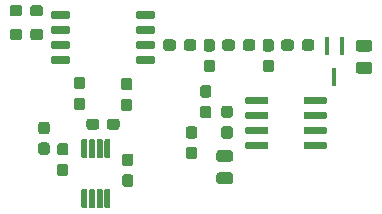
<source format=gbr>
G04 #@! TF.GenerationSoftware,KiCad,Pcbnew,(5.1.5)-3*
G04 #@! TF.CreationDate,2020-02-18T08:36:51+11:00*
G04 #@! TF.ProjectId,Heterodyne,48657465-726f-4647-996e-652e6b696361,rev?*
G04 #@! TF.SameCoordinates,Original*
G04 #@! TF.FileFunction,Paste,Top*
G04 #@! TF.FilePolarity,Positive*
%FSLAX46Y46*%
G04 Gerber Fmt 4.6, Leading zero omitted, Abs format (unit mm)*
G04 Created by KiCad (PCBNEW (5.1.5)-3) date 2020-02-18 08:36:51*
%MOMM*%
%LPD*%
G04 APERTURE LIST*
%ADD10C,0.100000*%
%ADD11R,0.450000X1.500000*%
G04 APERTURE END LIST*
D10*
G36*
X126435779Y-51526144D02*
G01*
X126458834Y-51529563D01*
X126481443Y-51535227D01*
X126503387Y-51543079D01*
X126524457Y-51553044D01*
X126544448Y-51565026D01*
X126563168Y-51578910D01*
X126580438Y-51594562D01*
X126596090Y-51611832D01*
X126609974Y-51630552D01*
X126621956Y-51650543D01*
X126631921Y-51671613D01*
X126639773Y-51693557D01*
X126645437Y-51716166D01*
X126648856Y-51739221D01*
X126650000Y-51762500D01*
X126650000Y-52237500D01*
X126648856Y-52260779D01*
X126645437Y-52283834D01*
X126639773Y-52306443D01*
X126631921Y-52328387D01*
X126621956Y-52349457D01*
X126609974Y-52369448D01*
X126596090Y-52388168D01*
X126580438Y-52405438D01*
X126563168Y-52421090D01*
X126544448Y-52434974D01*
X126524457Y-52446956D01*
X126503387Y-52456921D01*
X126481443Y-52464773D01*
X126458834Y-52470437D01*
X126435779Y-52473856D01*
X126412500Y-52475000D01*
X125837500Y-52475000D01*
X125814221Y-52473856D01*
X125791166Y-52470437D01*
X125768557Y-52464773D01*
X125746613Y-52456921D01*
X125725543Y-52446956D01*
X125705552Y-52434974D01*
X125686832Y-52421090D01*
X125669562Y-52405438D01*
X125653910Y-52388168D01*
X125640026Y-52369448D01*
X125628044Y-52349457D01*
X125618079Y-52328387D01*
X125610227Y-52306443D01*
X125604563Y-52283834D01*
X125601144Y-52260779D01*
X125600000Y-52237500D01*
X125600000Y-51762500D01*
X125601144Y-51739221D01*
X125604563Y-51716166D01*
X125610227Y-51693557D01*
X125618079Y-51671613D01*
X125628044Y-51650543D01*
X125640026Y-51630552D01*
X125653910Y-51611832D01*
X125669562Y-51594562D01*
X125686832Y-51578910D01*
X125705552Y-51565026D01*
X125725543Y-51553044D01*
X125746613Y-51543079D01*
X125768557Y-51535227D01*
X125791166Y-51529563D01*
X125814221Y-51526144D01*
X125837500Y-51525000D01*
X126412500Y-51525000D01*
X126435779Y-51526144D01*
G37*
G36*
X128185779Y-51526144D02*
G01*
X128208834Y-51529563D01*
X128231443Y-51535227D01*
X128253387Y-51543079D01*
X128274457Y-51553044D01*
X128294448Y-51565026D01*
X128313168Y-51578910D01*
X128330438Y-51594562D01*
X128346090Y-51611832D01*
X128359974Y-51630552D01*
X128371956Y-51650543D01*
X128381921Y-51671613D01*
X128389773Y-51693557D01*
X128395437Y-51716166D01*
X128398856Y-51739221D01*
X128400000Y-51762500D01*
X128400000Y-52237500D01*
X128398856Y-52260779D01*
X128395437Y-52283834D01*
X128389773Y-52306443D01*
X128381921Y-52328387D01*
X128371956Y-52349457D01*
X128359974Y-52369448D01*
X128346090Y-52388168D01*
X128330438Y-52405438D01*
X128313168Y-52421090D01*
X128294448Y-52434974D01*
X128274457Y-52446956D01*
X128253387Y-52456921D01*
X128231443Y-52464773D01*
X128208834Y-52470437D01*
X128185779Y-52473856D01*
X128162500Y-52475000D01*
X127587500Y-52475000D01*
X127564221Y-52473856D01*
X127541166Y-52470437D01*
X127518557Y-52464773D01*
X127496613Y-52456921D01*
X127475543Y-52446956D01*
X127455552Y-52434974D01*
X127436832Y-52421090D01*
X127419562Y-52405438D01*
X127403910Y-52388168D01*
X127390026Y-52369448D01*
X127378044Y-52349457D01*
X127368079Y-52328387D01*
X127360227Y-52306443D01*
X127354563Y-52283834D01*
X127351144Y-52260779D01*
X127350000Y-52237500D01*
X127350000Y-51762500D01*
X127351144Y-51739221D01*
X127354563Y-51716166D01*
X127360227Y-51693557D01*
X127368079Y-51671613D01*
X127378044Y-51650543D01*
X127390026Y-51630552D01*
X127403910Y-51611832D01*
X127419562Y-51594562D01*
X127436832Y-51578910D01*
X127455552Y-51565026D01*
X127475543Y-51553044D01*
X127496613Y-51543079D01*
X127518557Y-51535227D01*
X127541166Y-51529563D01*
X127564221Y-51526144D01*
X127587500Y-51525000D01*
X128162500Y-51525000D01*
X128185779Y-51526144D01*
G37*
G36*
X113760779Y-56451144D02*
G01*
X113783834Y-56454563D01*
X113806443Y-56460227D01*
X113828387Y-56468079D01*
X113849457Y-56478044D01*
X113869448Y-56490026D01*
X113888168Y-56503910D01*
X113905438Y-56519562D01*
X113921090Y-56536832D01*
X113934974Y-56555552D01*
X113946956Y-56575543D01*
X113956921Y-56596613D01*
X113964773Y-56618557D01*
X113970437Y-56641166D01*
X113973856Y-56664221D01*
X113975000Y-56687500D01*
X113975000Y-57262500D01*
X113973856Y-57285779D01*
X113970437Y-57308834D01*
X113964773Y-57331443D01*
X113956921Y-57353387D01*
X113946956Y-57374457D01*
X113934974Y-57394448D01*
X113921090Y-57413168D01*
X113905438Y-57430438D01*
X113888168Y-57446090D01*
X113869448Y-57459974D01*
X113849457Y-57471956D01*
X113828387Y-57481921D01*
X113806443Y-57489773D01*
X113783834Y-57495437D01*
X113760779Y-57498856D01*
X113737500Y-57500000D01*
X113262500Y-57500000D01*
X113239221Y-57498856D01*
X113216166Y-57495437D01*
X113193557Y-57489773D01*
X113171613Y-57481921D01*
X113150543Y-57471956D01*
X113130552Y-57459974D01*
X113111832Y-57446090D01*
X113094562Y-57430438D01*
X113078910Y-57413168D01*
X113065026Y-57394448D01*
X113053044Y-57374457D01*
X113043079Y-57353387D01*
X113035227Y-57331443D01*
X113029563Y-57308834D01*
X113026144Y-57285779D01*
X113025000Y-57262500D01*
X113025000Y-56687500D01*
X113026144Y-56664221D01*
X113029563Y-56641166D01*
X113035227Y-56618557D01*
X113043079Y-56596613D01*
X113053044Y-56575543D01*
X113065026Y-56555552D01*
X113078910Y-56536832D01*
X113094562Y-56519562D01*
X113111832Y-56503910D01*
X113130552Y-56490026D01*
X113150543Y-56478044D01*
X113171613Y-56468079D01*
X113193557Y-56460227D01*
X113216166Y-56454563D01*
X113239221Y-56451144D01*
X113262500Y-56450000D01*
X113737500Y-56450000D01*
X113760779Y-56451144D01*
G37*
G36*
X113760779Y-54701144D02*
G01*
X113783834Y-54704563D01*
X113806443Y-54710227D01*
X113828387Y-54718079D01*
X113849457Y-54728044D01*
X113869448Y-54740026D01*
X113888168Y-54753910D01*
X113905438Y-54769562D01*
X113921090Y-54786832D01*
X113934974Y-54805552D01*
X113946956Y-54825543D01*
X113956921Y-54846613D01*
X113964773Y-54868557D01*
X113970437Y-54891166D01*
X113973856Y-54914221D01*
X113975000Y-54937500D01*
X113975000Y-55512500D01*
X113973856Y-55535779D01*
X113970437Y-55558834D01*
X113964773Y-55581443D01*
X113956921Y-55603387D01*
X113946956Y-55624457D01*
X113934974Y-55644448D01*
X113921090Y-55663168D01*
X113905438Y-55680438D01*
X113888168Y-55696090D01*
X113869448Y-55709974D01*
X113849457Y-55721956D01*
X113828387Y-55731921D01*
X113806443Y-55739773D01*
X113783834Y-55745437D01*
X113760779Y-55748856D01*
X113737500Y-55750000D01*
X113262500Y-55750000D01*
X113239221Y-55748856D01*
X113216166Y-55745437D01*
X113193557Y-55739773D01*
X113171613Y-55731921D01*
X113150543Y-55721956D01*
X113130552Y-55709974D01*
X113111832Y-55696090D01*
X113094562Y-55680438D01*
X113078910Y-55663168D01*
X113065026Y-55644448D01*
X113053044Y-55624457D01*
X113043079Y-55603387D01*
X113035227Y-55581443D01*
X113029563Y-55558834D01*
X113026144Y-55535779D01*
X113025000Y-55512500D01*
X113025000Y-54937500D01*
X113026144Y-54914221D01*
X113029563Y-54891166D01*
X113035227Y-54868557D01*
X113043079Y-54846613D01*
X113053044Y-54825543D01*
X113065026Y-54805552D01*
X113078910Y-54786832D01*
X113094562Y-54769562D01*
X113111832Y-54753910D01*
X113130552Y-54740026D01*
X113150543Y-54728044D01*
X113171613Y-54718079D01*
X113193557Y-54710227D01*
X113216166Y-54704563D01*
X113239221Y-54701144D01*
X113262500Y-54700000D01*
X113737500Y-54700000D01*
X113760779Y-54701144D01*
G37*
G36*
X117760779Y-56551144D02*
G01*
X117783834Y-56554563D01*
X117806443Y-56560227D01*
X117828387Y-56568079D01*
X117849457Y-56578044D01*
X117869448Y-56590026D01*
X117888168Y-56603910D01*
X117905438Y-56619562D01*
X117921090Y-56636832D01*
X117934974Y-56655552D01*
X117946956Y-56675543D01*
X117956921Y-56696613D01*
X117964773Y-56718557D01*
X117970437Y-56741166D01*
X117973856Y-56764221D01*
X117975000Y-56787500D01*
X117975000Y-57362500D01*
X117973856Y-57385779D01*
X117970437Y-57408834D01*
X117964773Y-57431443D01*
X117956921Y-57453387D01*
X117946956Y-57474457D01*
X117934974Y-57494448D01*
X117921090Y-57513168D01*
X117905438Y-57530438D01*
X117888168Y-57546090D01*
X117869448Y-57559974D01*
X117849457Y-57571956D01*
X117828387Y-57581921D01*
X117806443Y-57589773D01*
X117783834Y-57595437D01*
X117760779Y-57598856D01*
X117737500Y-57600000D01*
X117262500Y-57600000D01*
X117239221Y-57598856D01*
X117216166Y-57595437D01*
X117193557Y-57589773D01*
X117171613Y-57581921D01*
X117150543Y-57571956D01*
X117130552Y-57559974D01*
X117111832Y-57546090D01*
X117094562Y-57530438D01*
X117078910Y-57513168D01*
X117065026Y-57494448D01*
X117053044Y-57474457D01*
X117043079Y-57453387D01*
X117035227Y-57431443D01*
X117029563Y-57408834D01*
X117026144Y-57385779D01*
X117025000Y-57362500D01*
X117025000Y-56787500D01*
X117026144Y-56764221D01*
X117029563Y-56741166D01*
X117035227Y-56718557D01*
X117043079Y-56696613D01*
X117053044Y-56675543D01*
X117065026Y-56655552D01*
X117078910Y-56636832D01*
X117094562Y-56619562D01*
X117111832Y-56603910D01*
X117130552Y-56590026D01*
X117150543Y-56578044D01*
X117171613Y-56568079D01*
X117193557Y-56560227D01*
X117216166Y-56554563D01*
X117239221Y-56551144D01*
X117262500Y-56550000D01*
X117737500Y-56550000D01*
X117760779Y-56551144D01*
G37*
G36*
X117760779Y-54801144D02*
G01*
X117783834Y-54804563D01*
X117806443Y-54810227D01*
X117828387Y-54818079D01*
X117849457Y-54828044D01*
X117869448Y-54840026D01*
X117888168Y-54853910D01*
X117905438Y-54869562D01*
X117921090Y-54886832D01*
X117934974Y-54905552D01*
X117946956Y-54925543D01*
X117956921Y-54946613D01*
X117964773Y-54968557D01*
X117970437Y-54991166D01*
X117973856Y-55014221D01*
X117975000Y-55037500D01*
X117975000Y-55612500D01*
X117973856Y-55635779D01*
X117970437Y-55658834D01*
X117964773Y-55681443D01*
X117956921Y-55703387D01*
X117946956Y-55724457D01*
X117934974Y-55744448D01*
X117921090Y-55763168D01*
X117905438Y-55780438D01*
X117888168Y-55796090D01*
X117869448Y-55809974D01*
X117849457Y-55821956D01*
X117828387Y-55831921D01*
X117806443Y-55839773D01*
X117783834Y-55845437D01*
X117760779Y-55848856D01*
X117737500Y-55850000D01*
X117262500Y-55850000D01*
X117239221Y-55848856D01*
X117216166Y-55845437D01*
X117193557Y-55839773D01*
X117171613Y-55831921D01*
X117150543Y-55821956D01*
X117130552Y-55809974D01*
X117111832Y-55796090D01*
X117094562Y-55780438D01*
X117078910Y-55763168D01*
X117065026Y-55744448D01*
X117053044Y-55724457D01*
X117043079Y-55703387D01*
X117035227Y-55681443D01*
X117029563Y-55658834D01*
X117026144Y-55635779D01*
X117025000Y-55612500D01*
X117025000Y-55037500D01*
X117026144Y-55014221D01*
X117029563Y-54991166D01*
X117035227Y-54968557D01*
X117043079Y-54946613D01*
X117053044Y-54925543D01*
X117065026Y-54905552D01*
X117078910Y-54886832D01*
X117094562Y-54869562D01*
X117111832Y-54853910D01*
X117130552Y-54840026D01*
X117150543Y-54828044D01*
X117171613Y-54818079D01*
X117193557Y-54810227D01*
X117216166Y-54804563D01*
X117239221Y-54801144D01*
X117262500Y-54800000D01*
X117737500Y-54800000D01*
X117760779Y-54801144D01*
G37*
G36*
X110760779Y-58501144D02*
G01*
X110783834Y-58504563D01*
X110806443Y-58510227D01*
X110828387Y-58518079D01*
X110849457Y-58528044D01*
X110869448Y-58540026D01*
X110888168Y-58553910D01*
X110905438Y-58569562D01*
X110921090Y-58586832D01*
X110934974Y-58605552D01*
X110946956Y-58625543D01*
X110956921Y-58646613D01*
X110964773Y-58668557D01*
X110970437Y-58691166D01*
X110973856Y-58714221D01*
X110975000Y-58737500D01*
X110975000Y-59312500D01*
X110973856Y-59335779D01*
X110970437Y-59358834D01*
X110964773Y-59381443D01*
X110956921Y-59403387D01*
X110946956Y-59424457D01*
X110934974Y-59444448D01*
X110921090Y-59463168D01*
X110905438Y-59480438D01*
X110888168Y-59496090D01*
X110869448Y-59509974D01*
X110849457Y-59521956D01*
X110828387Y-59531921D01*
X110806443Y-59539773D01*
X110783834Y-59545437D01*
X110760779Y-59548856D01*
X110737500Y-59550000D01*
X110262500Y-59550000D01*
X110239221Y-59548856D01*
X110216166Y-59545437D01*
X110193557Y-59539773D01*
X110171613Y-59531921D01*
X110150543Y-59521956D01*
X110130552Y-59509974D01*
X110111832Y-59496090D01*
X110094562Y-59480438D01*
X110078910Y-59463168D01*
X110065026Y-59444448D01*
X110053044Y-59424457D01*
X110043079Y-59403387D01*
X110035227Y-59381443D01*
X110029563Y-59358834D01*
X110026144Y-59335779D01*
X110025000Y-59312500D01*
X110025000Y-58737500D01*
X110026144Y-58714221D01*
X110029563Y-58691166D01*
X110035227Y-58668557D01*
X110043079Y-58646613D01*
X110053044Y-58625543D01*
X110065026Y-58605552D01*
X110078910Y-58586832D01*
X110094562Y-58569562D01*
X110111832Y-58553910D01*
X110130552Y-58540026D01*
X110150543Y-58528044D01*
X110171613Y-58518079D01*
X110193557Y-58510227D01*
X110216166Y-58504563D01*
X110239221Y-58501144D01*
X110262500Y-58500000D01*
X110737500Y-58500000D01*
X110760779Y-58501144D01*
G37*
G36*
X110760779Y-60251144D02*
G01*
X110783834Y-60254563D01*
X110806443Y-60260227D01*
X110828387Y-60268079D01*
X110849457Y-60278044D01*
X110869448Y-60290026D01*
X110888168Y-60303910D01*
X110905438Y-60319562D01*
X110921090Y-60336832D01*
X110934974Y-60355552D01*
X110946956Y-60375543D01*
X110956921Y-60396613D01*
X110964773Y-60418557D01*
X110970437Y-60441166D01*
X110973856Y-60464221D01*
X110975000Y-60487500D01*
X110975000Y-61062500D01*
X110973856Y-61085779D01*
X110970437Y-61108834D01*
X110964773Y-61131443D01*
X110956921Y-61153387D01*
X110946956Y-61174457D01*
X110934974Y-61194448D01*
X110921090Y-61213168D01*
X110905438Y-61230438D01*
X110888168Y-61246090D01*
X110869448Y-61259974D01*
X110849457Y-61271956D01*
X110828387Y-61281921D01*
X110806443Y-61289773D01*
X110783834Y-61295437D01*
X110760779Y-61298856D01*
X110737500Y-61300000D01*
X110262500Y-61300000D01*
X110239221Y-61298856D01*
X110216166Y-61295437D01*
X110193557Y-61289773D01*
X110171613Y-61281921D01*
X110150543Y-61271956D01*
X110130552Y-61259974D01*
X110111832Y-61246090D01*
X110094562Y-61230438D01*
X110078910Y-61213168D01*
X110065026Y-61194448D01*
X110053044Y-61174457D01*
X110043079Y-61153387D01*
X110035227Y-61131443D01*
X110029563Y-61108834D01*
X110026144Y-61085779D01*
X110025000Y-61062500D01*
X110025000Y-60487500D01*
X110026144Y-60464221D01*
X110029563Y-60441166D01*
X110035227Y-60418557D01*
X110043079Y-60396613D01*
X110053044Y-60375543D01*
X110065026Y-60355552D01*
X110078910Y-60336832D01*
X110094562Y-60319562D01*
X110111832Y-60303910D01*
X110130552Y-60290026D01*
X110150543Y-60278044D01*
X110171613Y-60268079D01*
X110193557Y-60260227D01*
X110216166Y-60254563D01*
X110239221Y-60251144D01*
X110262500Y-60250000D01*
X110737500Y-60250000D01*
X110760779Y-60251144D01*
G37*
G36*
X112360779Y-60301144D02*
G01*
X112383834Y-60304563D01*
X112406443Y-60310227D01*
X112428387Y-60318079D01*
X112449457Y-60328044D01*
X112469448Y-60340026D01*
X112488168Y-60353910D01*
X112505438Y-60369562D01*
X112521090Y-60386832D01*
X112534974Y-60405552D01*
X112546956Y-60425543D01*
X112556921Y-60446613D01*
X112564773Y-60468557D01*
X112570437Y-60491166D01*
X112573856Y-60514221D01*
X112575000Y-60537500D01*
X112575000Y-61112500D01*
X112573856Y-61135779D01*
X112570437Y-61158834D01*
X112564773Y-61181443D01*
X112556921Y-61203387D01*
X112546956Y-61224457D01*
X112534974Y-61244448D01*
X112521090Y-61263168D01*
X112505438Y-61280438D01*
X112488168Y-61296090D01*
X112469448Y-61309974D01*
X112449457Y-61321956D01*
X112428387Y-61331921D01*
X112406443Y-61339773D01*
X112383834Y-61345437D01*
X112360779Y-61348856D01*
X112337500Y-61350000D01*
X111862500Y-61350000D01*
X111839221Y-61348856D01*
X111816166Y-61345437D01*
X111793557Y-61339773D01*
X111771613Y-61331921D01*
X111750543Y-61321956D01*
X111730552Y-61309974D01*
X111711832Y-61296090D01*
X111694562Y-61280438D01*
X111678910Y-61263168D01*
X111665026Y-61244448D01*
X111653044Y-61224457D01*
X111643079Y-61203387D01*
X111635227Y-61181443D01*
X111629563Y-61158834D01*
X111626144Y-61135779D01*
X111625000Y-61112500D01*
X111625000Y-60537500D01*
X111626144Y-60514221D01*
X111629563Y-60491166D01*
X111635227Y-60468557D01*
X111643079Y-60446613D01*
X111653044Y-60425543D01*
X111665026Y-60405552D01*
X111678910Y-60386832D01*
X111694562Y-60369562D01*
X111711832Y-60353910D01*
X111730552Y-60340026D01*
X111750543Y-60328044D01*
X111771613Y-60318079D01*
X111793557Y-60310227D01*
X111816166Y-60304563D01*
X111839221Y-60301144D01*
X111862500Y-60300000D01*
X112337500Y-60300000D01*
X112360779Y-60301144D01*
G37*
G36*
X112360779Y-62051144D02*
G01*
X112383834Y-62054563D01*
X112406443Y-62060227D01*
X112428387Y-62068079D01*
X112449457Y-62078044D01*
X112469448Y-62090026D01*
X112488168Y-62103910D01*
X112505438Y-62119562D01*
X112521090Y-62136832D01*
X112534974Y-62155552D01*
X112546956Y-62175543D01*
X112556921Y-62196613D01*
X112564773Y-62218557D01*
X112570437Y-62241166D01*
X112573856Y-62264221D01*
X112575000Y-62287500D01*
X112575000Y-62862500D01*
X112573856Y-62885779D01*
X112570437Y-62908834D01*
X112564773Y-62931443D01*
X112556921Y-62953387D01*
X112546956Y-62974457D01*
X112534974Y-62994448D01*
X112521090Y-63013168D01*
X112505438Y-63030438D01*
X112488168Y-63046090D01*
X112469448Y-63059974D01*
X112449457Y-63071956D01*
X112428387Y-63081921D01*
X112406443Y-63089773D01*
X112383834Y-63095437D01*
X112360779Y-63098856D01*
X112337500Y-63100000D01*
X111862500Y-63100000D01*
X111839221Y-63098856D01*
X111816166Y-63095437D01*
X111793557Y-63089773D01*
X111771613Y-63081921D01*
X111750543Y-63071956D01*
X111730552Y-63059974D01*
X111711832Y-63046090D01*
X111694562Y-63030438D01*
X111678910Y-63013168D01*
X111665026Y-62994448D01*
X111653044Y-62974457D01*
X111643079Y-62953387D01*
X111635227Y-62931443D01*
X111629563Y-62908834D01*
X111626144Y-62885779D01*
X111625000Y-62862500D01*
X111625000Y-62287500D01*
X111626144Y-62264221D01*
X111629563Y-62241166D01*
X111635227Y-62218557D01*
X111643079Y-62196613D01*
X111653044Y-62175543D01*
X111665026Y-62155552D01*
X111678910Y-62136832D01*
X111694562Y-62119562D01*
X111711832Y-62103910D01*
X111730552Y-62090026D01*
X111750543Y-62078044D01*
X111771613Y-62068079D01*
X111793557Y-62060227D01*
X111816166Y-62054563D01*
X111839221Y-62051144D01*
X111862500Y-62050000D01*
X112337500Y-62050000D01*
X112360779Y-62051144D01*
G37*
G36*
X126260779Y-58876144D02*
G01*
X126283834Y-58879563D01*
X126306443Y-58885227D01*
X126328387Y-58893079D01*
X126349457Y-58903044D01*
X126369448Y-58915026D01*
X126388168Y-58928910D01*
X126405438Y-58944562D01*
X126421090Y-58961832D01*
X126434974Y-58980552D01*
X126446956Y-59000543D01*
X126456921Y-59021613D01*
X126464773Y-59043557D01*
X126470437Y-59066166D01*
X126473856Y-59089221D01*
X126475000Y-59112500D01*
X126475000Y-59687500D01*
X126473856Y-59710779D01*
X126470437Y-59733834D01*
X126464773Y-59756443D01*
X126456921Y-59778387D01*
X126446956Y-59799457D01*
X126434974Y-59819448D01*
X126421090Y-59838168D01*
X126405438Y-59855438D01*
X126388168Y-59871090D01*
X126369448Y-59884974D01*
X126349457Y-59896956D01*
X126328387Y-59906921D01*
X126306443Y-59914773D01*
X126283834Y-59920437D01*
X126260779Y-59923856D01*
X126237500Y-59925000D01*
X125762500Y-59925000D01*
X125739221Y-59923856D01*
X125716166Y-59920437D01*
X125693557Y-59914773D01*
X125671613Y-59906921D01*
X125650543Y-59896956D01*
X125630552Y-59884974D01*
X125611832Y-59871090D01*
X125594562Y-59855438D01*
X125578910Y-59838168D01*
X125565026Y-59819448D01*
X125553044Y-59799457D01*
X125543079Y-59778387D01*
X125535227Y-59756443D01*
X125529563Y-59733834D01*
X125526144Y-59710779D01*
X125525000Y-59687500D01*
X125525000Y-59112500D01*
X125526144Y-59089221D01*
X125529563Y-59066166D01*
X125535227Y-59043557D01*
X125543079Y-59021613D01*
X125553044Y-59000543D01*
X125565026Y-58980552D01*
X125578910Y-58961832D01*
X125594562Y-58944562D01*
X125611832Y-58928910D01*
X125630552Y-58915026D01*
X125650543Y-58903044D01*
X125671613Y-58893079D01*
X125693557Y-58885227D01*
X125716166Y-58879563D01*
X125739221Y-58876144D01*
X125762500Y-58875000D01*
X126237500Y-58875000D01*
X126260779Y-58876144D01*
G37*
G36*
X126260779Y-57126144D02*
G01*
X126283834Y-57129563D01*
X126306443Y-57135227D01*
X126328387Y-57143079D01*
X126349457Y-57153044D01*
X126369448Y-57165026D01*
X126388168Y-57178910D01*
X126405438Y-57194562D01*
X126421090Y-57211832D01*
X126434974Y-57230552D01*
X126446956Y-57250543D01*
X126456921Y-57271613D01*
X126464773Y-57293557D01*
X126470437Y-57316166D01*
X126473856Y-57339221D01*
X126475000Y-57362500D01*
X126475000Y-57937500D01*
X126473856Y-57960779D01*
X126470437Y-57983834D01*
X126464773Y-58006443D01*
X126456921Y-58028387D01*
X126446956Y-58049457D01*
X126434974Y-58069448D01*
X126421090Y-58088168D01*
X126405438Y-58105438D01*
X126388168Y-58121090D01*
X126369448Y-58134974D01*
X126349457Y-58146956D01*
X126328387Y-58156921D01*
X126306443Y-58164773D01*
X126283834Y-58170437D01*
X126260779Y-58173856D01*
X126237500Y-58175000D01*
X125762500Y-58175000D01*
X125739221Y-58173856D01*
X125716166Y-58170437D01*
X125693557Y-58164773D01*
X125671613Y-58156921D01*
X125650543Y-58146956D01*
X125630552Y-58134974D01*
X125611832Y-58121090D01*
X125594562Y-58105438D01*
X125578910Y-58088168D01*
X125565026Y-58069448D01*
X125553044Y-58049457D01*
X125543079Y-58028387D01*
X125535227Y-58006443D01*
X125529563Y-57983834D01*
X125526144Y-57960779D01*
X125525000Y-57937500D01*
X125525000Y-57362500D01*
X125526144Y-57339221D01*
X125529563Y-57316166D01*
X125535227Y-57293557D01*
X125543079Y-57271613D01*
X125553044Y-57250543D01*
X125565026Y-57230552D01*
X125578910Y-57211832D01*
X125594562Y-57194562D01*
X125611832Y-57178910D01*
X125630552Y-57165026D01*
X125650543Y-57153044D01*
X125671613Y-57143079D01*
X125693557Y-57135227D01*
X125716166Y-57129563D01*
X125739221Y-57126144D01*
X125762500Y-57125000D01*
X126237500Y-57125000D01*
X126260779Y-57126144D01*
G37*
G36*
X124460779Y-57151144D02*
G01*
X124483834Y-57154563D01*
X124506443Y-57160227D01*
X124528387Y-57168079D01*
X124549457Y-57178044D01*
X124569448Y-57190026D01*
X124588168Y-57203910D01*
X124605438Y-57219562D01*
X124621090Y-57236832D01*
X124634974Y-57255552D01*
X124646956Y-57275543D01*
X124656921Y-57296613D01*
X124664773Y-57318557D01*
X124670437Y-57341166D01*
X124673856Y-57364221D01*
X124675000Y-57387500D01*
X124675000Y-57962500D01*
X124673856Y-57985779D01*
X124670437Y-58008834D01*
X124664773Y-58031443D01*
X124656921Y-58053387D01*
X124646956Y-58074457D01*
X124634974Y-58094448D01*
X124621090Y-58113168D01*
X124605438Y-58130438D01*
X124588168Y-58146090D01*
X124569448Y-58159974D01*
X124549457Y-58171956D01*
X124528387Y-58181921D01*
X124506443Y-58189773D01*
X124483834Y-58195437D01*
X124460779Y-58198856D01*
X124437500Y-58200000D01*
X123962500Y-58200000D01*
X123939221Y-58198856D01*
X123916166Y-58195437D01*
X123893557Y-58189773D01*
X123871613Y-58181921D01*
X123850543Y-58171956D01*
X123830552Y-58159974D01*
X123811832Y-58146090D01*
X123794562Y-58130438D01*
X123778910Y-58113168D01*
X123765026Y-58094448D01*
X123753044Y-58074457D01*
X123743079Y-58053387D01*
X123735227Y-58031443D01*
X123729563Y-58008834D01*
X123726144Y-57985779D01*
X123725000Y-57962500D01*
X123725000Y-57387500D01*
X123726144Y-57364221D01*
X123729563Y-57341166D01*
X123735227Y-57318557D01*
X123743079Y-57296613D01*
X123753044Y-57275543D01*
X123765026Y-57255552D01*
X123778910Y-57236832D01*
X123794562Y-57219562D01*
X123811832Y-57203910D01*
X123830552Y-57190026D01*
X123850543Y-57178044D01*
X123871613Y-57168079D01*
X123893557Y-57160227D01*
X123916166Y-57154563D01*
X123939221Y-57151144D01*
X123962500Y-57150000D01*
X124437500Y-57150000D01*
X124460779Y-57151144D01*
G37*
G36*
X124460779Y-55401144D02*
G01*
X124483834Y-55404563D01*
X124506443Y-55410227D01*
X124528387Y-55418079D01*
X124549457Y-55428044D01*
X124569448Y-55440026D01*
X124588168Y-55453910D01*
X124605438Y-55469562D01*
X124621090Y-55486832D01*
X124634974Y-55505552D01*
X124646956Y-55525543D01*
X124656921Y-55546613D01*
X124664773Y-55568557D01*
X124670437Y-55591166D01*
X124673856Y-55614221D01*
X124675000Y-55637500D01*
X124675000Y-56212500D01*
X124673856Y-56235779D01*
X124670437Y-56258834D01*
X124664773Y-56281443D01*
X124656921Y-56303387D01*
X124646956Y-56324457D01*
X124634974Y-56344448D01*
X124621090Y-56363168D01*
X124605438Y-56380438D01*
X124588168Y-56396090D01*
X124569448Y-56409974D01*
X124549457Y-56421956D01*
X124528387Y-56431921D01*
X124506443Y-56439773D01*
X124483834Y-56445437D01*
X124460779Y-56448856D01*
X124437500Y-56450000D01*
X123962500Y-56450000D01*
X123939221Y-56448856D01*
X123916166Y-56445437D01*
X123893557Y-56439773D01*
X123871613Y-56431921D01*
X123850543Y-56421956D01*
X123830552Y-56409974D01*
X123811832Y-56396090D01*
X123794562Y-56380438D01*
X123778910Y-56363168D01*
X123765026Y-56344448D01*
X123753044Y-56324457D01*
X123743079Y-56303387D01*
X123735227Y-56281443D01*
X123729563Y-56258834D01*
X123726144Y-56235779D01*
X123725000Y-56212500D01*
X123725000Y-55637500D01*
X123726144Y-55614221D01*
X123729563Y-55591166D01*
X123735227Y-55568557D01*
X123743079Y-55546613D01*
X123753044Y-55525543D01*
X123765026Y-55505552D01*
X123778910Y-55486832D01*
X123794562Y-55469562D01*
X123811832Y-55453910D01*
X123830552Y-55440026D01*
X123850543Y-55428044D01*
X123871613Y-55418079D01*
X123893557Y-55410227D01*
X123916166Y-55404563D01*
X123939221Y-55401144D01*
X123962500Y-55400000D01*
X124437500Y-55400000D01*
X124460779Y-55401144D01*
G37*
G36*
X131435779Y-51526144D02*
G01*
X131458834Y-51529563D01*
X131481443Y-51535227D01*
X131503387Y-51543079D01*
X131524457Y-51553044D01*
X131544448Y-51565026D01*
X131563168Y-51578910D01*
X131580438Y-51594562D01*
X131596090Y-51611832D01*
X131609974Y-51630552D01*
X131621956Y-51650543D01*
X131631921Y-51671613D01*
X131639773Y-51693557D01*
X131645437Y-51716166D01*
X131648856Y-51739221D01*
X131650000Y-51762500D01*
X131650000Y-52237500D01*
X131648856Y-52260779D01*
X131645437Y-52283834D01*
X131639773Y-52306443D01*
X131631921Y-52328387D01*
X131621956Y-52349457D01*
X131609974Y-52369448D01*
X131596090Y-52388168D01*
X131580438Y-52405438D01*
X131563168Y-52421090D01*
X131544448Y-52434974D01*
X131524457Y-52446956D01*
X131503387Y-52456921D01*
X131481443Y-52464773D01*
X131458834Y-52470437D01*
X131435779Y-52473856D01*
X131412500Y-52475000D01*
X130837500Y-52475000D01*
X130814221Y-52473856D01*
X130791166Y-52470437D01*
X130768557Y-52464773D01*
X130746613Y-52456921D01*
X130725543Y-52446956D01*
X130705552Y-52434974D01*
X130686832Y-52421090D01*
X130669562Y-52405438D01*
X130653910Y-52388168D01*
X130640026Y-52369448D01*
X130628044Y-52349457D01*
X130618079Y-52328387D01*
X130610227Y-52306443D01*
X130604563Y-52283834D01*
X130601144Y-52260779D01*
X130600000Y-52237500D01*
X130600000Y-51762500D01*
X130601144Y-51739221D01*
X130604563Y-51716166D01*
X130610227Y-51693557D01*
X130618079Y-51671613D01*
X130628044Y-51650543D01*
X130640026Y-51630552D01*
X130653910Y-51611832D01*
X130669562Y-51594562D01*
X130686832Y-51578910D01*
X130705552Y-51565026D01*
X130725543Y-51553044D01*
X130746613Y-51543079D01*
X130768557Y-51535227D01*
X130791166Y-51529563D01*
X130814221Y-51526144D01*
X130837500Y-51525000D01*
X131412500Y-51525000D01*
X131435779Y-51526144D01*
G37*
G36*
X133185779Y-51526144D02*
G01*
X133208834Y-51529563D01*
X133231443Y-51535227D01*
X133253387Y-51543079D01*
X133274457Y-51553044D01*
X133294448Y-51565026D01*
X133313168Y-51578910D01*
X133330438Y-51594562D01*
X133346090Y-51611832D01*
X133359974Y-51630552D01*
X133371956Y-51650543D01*
X133381921Y-51671613D01*
X133389773Y-51693557D01*
X133395437Y-51716166D01*
X133398856Y-51739221D01*
X133400000Y-51762500D01*
X133400000Y-52237500D01*
X133398856Y-52260779D01*
X133395437Y-52283834D01*
X133389773Y-52306443D01*
X133381921Y-52328387D01*
X133371956Y-52349457D01*
X133359974Y-52369448D01*
X133346090Y-52388168D01*
X133330438Y-52405438D01*
X133313168Y-52421090D01*
X133294448Y-52434974D01*
X133274457Y-52446956D01*
X133253387Y-52456921D01*
X133231443Y-52464773D01*
X133208834Y-52470437D01*
X133185779Y-52473856D01*
X133162500Y-52475000D01*
X132587500Y-52475000D01*
X132564221Y-52473856D01*
X132541166Y-52470437D01*
X132518557Y-52464773D01*
X132496613Y-52456921D01*
X132475543Y-52446956D01*
X132455552Y-52434974D01*
X132436832Y-52421090D01*
X132419562Y-52405438D01*
X132403910Y-52388168D01*
X132390026Y-52369448D01*
X132378044Y-52349457D01*
X132368079Y-52328387D01*
X132360227Y-52306443D01*
X132354563Y-52283834D01*
X132351144Y-52260779D01*
X132350000Y-52237500D01*
X132350000Y-51762500D01*
X132351144Y-51739221D01*
X132354563Y-51716166D01*
X132360227Y-51693557D01*
X132368079Y-51671613D01*
X132378044Y-51650543D01*
X132390026Y-51630552D01*
X132403910Y-51611832D01*
X132419562Y-51594562D01*
X132436832Y-51578910D01*
X132455552Y-51565026D01*
X132475543Y-51553044D01*
X132496613Y-51543079D01*
X132518557Y-51535227D01*
X132541166Y-51529563D01*
X132564221Y-51526144D01*
X132587500Y-51525000D01*
X133162500Y-51525000D01*
X133185779Y-51526144D01*
G37*
G36*
X123260779Y-58876144D02*
G01*
X123283834Y-58879563D01*
X123306443Y-58885227D01*
X123328387Y-58893079D01*
X123349457Y-58903044D01*
X123369448Y-58915026D01*
X123388168Y-58928910D01*
X123405438Y-58944562D01*
X123421090Y-58961832D01*
X123434974Y-58980552D01*
X123446956Y-59000543D01*
X123456921Y-59021613D01*
X123464773Y-59043557D01*
X123470437Y-59066166D01*
X123473856Y-59089221D01*
X123475000Y-59112500D01*
X123475000Y-59687500D01*
X123473856Y-59710779D01*
X123470437Y-59733834D01*
X123464773Y-59756443D01*
X123456921Y-59778387D01*
X123446956Y-59799457D01*
X123434974Y-59819448D01*
X123421090Y-59838168D01*
X123405438Y-59855438D01*
X123388168Y-59871090D01*
X123369448Y-59884974D01*
X123349457Y-59896956D01*
X123328387Y-59906921D01*
X123306443Y-59914773D01*
X123283834Y-59920437D01*
X123260779Y-59923856D01*
X123237500Y-59925000D01*
X122762500Y-59925000D01*
X122739221Y-59923856D01*
X122716166Y-59920437D01*
X122693557Y-59914773D01*
X122671613Y-59906921D01*
X122650543Y-59896956D01*
X122630552Y-59884974D01*
X122611832Y-59871090D01*
X122594562Y-59855438D01*
X122578910Y-59838168D01*
X122565026Y-59819448D01*
X122553044Y-59799457D01*
X122543079Y-59778387D01*
X122535227Y-59756443D01*
X122529563Y-59733834D01*
X122526144Y-59710779D01*
X122525000Y-59687500D01*
X122525000Y-59112500D01*
X122526144Y-59089221D01*
X122529563Y-59066166D01*
X122535227Y-59043557D01*
X122543079Y-59021613D01*
X122553044Y-59000543D01*
X122565026Y-58980552D01*
X122578910Y-58961832D01*
X122594562Y-58944562D01*
X122611832Y-58928910D01*
X122630552Y-58915026D01*
X122650543Y-58903044D01*
X122671613Y-58893079D01*
X122693557Y-58885227D01*
X122716166Y-58879563D01*
X122739221Y-58876144D01*
X122762500Y-58875000D01*
X123237500Y-58875000D01*
X123260779Y-58876144D01*
G37*
G36*
X123260779Y-60626144D02*
G01*
X123283834Y-60629563D01*
X123306443Y-60635227D01*
X123328387Y-60643079D01*
X123349457Y-60653044D01*
X123369448Y-60665026D01*
X123388168Y-60678910D01*
X123405438Y-60694562D01*
X123421090Y-60711832D01*
X123434974Y-60730552D01*
X123446956Y-60750543D01*
X123456921Y-60771613D01*
X123464773Y-60793557D01*
X123470437Y-60816166D01*
X123473856Y-60839221D01*
X123475000Y-60862500D01*
X123475000Y-61437500D01*
X123473856Y-61460779D01*
X123470437Y-61483834D01*
X123464773Y-61506443D01*
X123456921Y-61528387D01*
X123446956Y-61549457D01*
X123434974Y-61569448D01*
X123421090Y-61588168D01*
X123405438Y-61605438D01*
X123388168Y-61621090D01*
X123369448Y-61634974D01*
X123349457Y-61646956D01*
X123328387Y-61656921D01*
X123306443Y-61664773D01*
X123283834Y-61670437D01*
X123260779Y-61673856D01*
X123237500Y-61675000D01*
X122762500Y-61675000D01*
X122739221Y-61673856D01*
X122716166Y-61670437D01*
X122693557Y-61664773D01*
X122671613Y-61656921D01*
X122650543Y-61646956D01*
X122630552Y-61634974D01*
X122611832Y-61621090D01*
X122594562Y-61605438D01*
X122578910Y-61588168D01*
X122565026Y-61569448D01*
X122553044Y-61549457D01*
X122543079Y-61528387D01*
X122535227Y-61506443D01*
X122529563Y-61483834D01*
X122526144Y-61460779D01*
X122525000Y-61437500D01*
X122525000Y-60862500D01*
X122526144Y-60839221D01*
X122529563Y-60816166D01*
X122535227Y-60793557D01*
X122543079Y-60771613D01*
X122553044Y-60750543D01*
X122565026Y-60730552D01*
X122578910Y-60711832D01*
X122594562Y-60694562D01*
X122611832Y-60678910D01*
X122630552Y-60665026D01*
X122650543Y-60653044D01*
X122671613Y-60643079D01*
X122693557Y-60635227D01*
X122716166Y-60629563D01*
X122739221Y-60626144D01*
X122762500Y-60625000D01*
X123237500Y-60625000D01*
X123260779Y-60626144D01*
G37*
G36*
X126280142Y-62788674D02*
G01*
X126303803Y-62792184D01*
X126327007Y-62797996D01*
X126349529Y-62806054D01*
X126371153Y-62816282D01*
X126391670Y-62828579D01*
X126410883Y-62842829D01*
X126428607Y-62858893D01*
X126444671Y-62876617D01*
X126458921Y-62895830D01*
X126471218Y-62916347D01*
X126481446Y-62937971D01*
X126489504Y-62960493D01*
X126495316Y-62983697D01*
X126498826Y-63007358D01*
X126500000Y-63031250D01*
X126500000Y-63518750D01*
X126498826Y-63542642D01*
X126495316Y-63566303D01*
X126489504Y-63589507D01*
X126481446Y-63612029D01*
X126471218Y-63633653D01*
X126458921Y-63654170D01*
X126444671Y-63673383D01*
X126428607Y-63691107D01*
X126410883Y-63707171D01*
X126391670Y-63721421D01*
X126371153Y-63733718D01*
X126349529Y-63743946D01*
X126327007Y-63752004D01*
X126303803Y-63757816D01*
X126280142Y-63761326D01*
X126256250Y-63762500D01*
X125343750Y-63762500D01*
X125319858Y-63761326D01*
X125296197Y-63757816D01*
X125272993Y-63752004D01*
X125250471Y-63743946D01*
X125228847Y-63733718D01*
X125208330Y-63721421D01*
X125189117Y-63707171D01*
X125171393Y-63691107D01*
X125155329Y-63673383D01*
X125141079Y-63654170D01*
X125128782Y-63633653D01*
X125118554Y-63612029D01*
X125110496Y-63589507D01*
X125104684Y-63566303D01*
X125101174Y-63542642D01*
X125100000Y-63518750D01*
X125100000Y-63031250D01*
X125101174Y-63007358D01*
X125104684Y-62983697D01*
X125110496Y-62960493D01*
X125118554Y-62937971D01*
X125128782Y-62916347D01*
X125141079Y-62895830D01*
X125155329Y-62876617D01*
X125171393Y-62858893D01*
X125189117Y-62842829D01*
X125208330Y-62828579D01*
X125228847Y-62816282D01*
X125250471Y-62806054D01*
X125272993Y-62797996D01*
X125296197Y-62792184D01*
X125319858Y-62788674D01*
X125343750Y-62787500D01*
X126256250Y-62787500D01*
X126280142Y-62788674D01*
G37*
G36*
X126280142Y-60913674D02*
G01*
X126303803Y-60917184D01*
X126327007Y-60922996D01*
X126349529Y-60931054D01*
X126371153Y-60941282D01*
X126391670Y-60953579D01*
X126410883Y-60967829D01*
X126428607Y-60983893D01*
X126444671Y-61001617D01*
X126458921Y-61020830D01*
X126471218Y-61041347D01*
X126481446Y-61062971D01*
X126489504Y-61085493D01*
X126495316Y-61108697D01*
X126498826Y-61132358D01*
X126500000Y-61156250D01*
X126500000Y-61643750D01*
X126498826Y-61667642D01*
X126495316Y-61691303D01*
X126489504Y-61714507D01*
X126481446Y-61737029D01*
X126471218Y-61758653D01*
X126458921Y-61779170D01*
X126444671Y-61798383D01*
X126428607Y-61816107D01*
X126410883Y-61832171D01*
X126391670Y-61846421D01*
X126371153Y-61858718D01*
X126349529Y-61868946D01*
X126327007Y-61877004D01*
X126303803Y-61882816D01*
X126280142Y-61886326D01*
X126256250Y-61887500D01*
X125343750Y-61887500D01*
X125319858Y-61886326D01*
X125296197Y-61882816D01*
X125272993Y-61877004D01*
X125250471Y-61868946D01*
X125228847Y-61858718D01*
X125208330Y-61846421D01*
X125189117Y-61832171D01*
X125171393Y-61816107D01*
X125155329Y-61798383D01*
X125141079Y-61779170D01*
X125128782Y-61758653D01*
X125118554Y-61737029D01*
X125110496Y-61714507D01*
X125104684Y-61691303D01*
X125101174Y-61667642D01*
X125100000Y-61643750D01*
X125100000Y-61156250D01*
X125101174Y-61132358D01*
X125104684Y-61108697D01*
X125110496Y-61085493D01*
X125118554Y-61062971D01*
X125128782Y-61041347D01*
X125141079Y-61020830D01*
X125155329Y-61001617D01*
X125171393Y-60983893D01*
X125189117Y-60967829D01*
X125208330Y-60953579D01*
X125228847Y-60941282D01*
X125250471Y-60931054D01*
X125272993Y-60922996D01*
X125296197Y-60917184D01*
X125319858Y-60913674D01*
X125343750Y-60912500D01*
X126256250Y-60912500D01*
X126280142Y-60913674D01*
G37*
G36*
X138080142Y-51576174D02*
G01*
X138103803Y-51579684D01*
X138127007Y-51585496D01*
X138149529Y-51593554D01*
X138171153Y-51603782D01*
X138191670Y-51616079D01*
X138210883Y-51630329D01*
X138228607Y-51646393D01*
X138244671Y-51664117D01*
X138258921Y-51683330D01*
X138271218Y-51703847D01*
X138281446Y-51725471D01*
X138289504Y-51747993D01*
X138295316Y-51771197D01*
X138298826Y-51794858D01*
X138300000Y-51818750D01*
X138300000Y-52306250D01*
X138298826Y-52330142D01*
X138295316Y-52353803D01*
X138289504Y-52377007D01*
X138281446Y-52399529D01*
X138271218Y-52421153D01*
X138258921Y-52441670D01*
X138244671Y-52460883D01*
X138228607Y-52478607D01*
X138210883Y-52494671D01*
X138191670Y-52508921D01*
X138171153Y-52521218D01*
X138149529Y-52531446D01*
X138127007Y-52539504D01*
X138103803Y-52545316D01*
X138080142Y-52548826D01*
X138056250Y-52550000D01*
X137143750Y-52550000D01*
X137119858Y-52548826D01*
X137096197Y-52545316D01*
X137072993Y-52539504D01*
X137050471Y-52531446D01*
X137028847Y-52521218D01*
X137008330Y-52508921D01*
X136989117Y-52494671D01*
X136971393Y-52478607D01*
X136955329Y-52460883D01*
X136941079Y-52441670D01*
X136928782Y-52421153D01*
X136918554Y-52399529D01*
X136910496Y-52377007D01*
X136904684Y-52353803D01*
X136901174Y-52330142D01*
X136900000Y-52306250D01*
X136900000Y-51818750D01*
X136901174Y-51794858D01*
X136904684Y-51771197D01*
X136910496Y-51747993D01*
X136918554Y-51725471D01*
X136928782Y-51703847D01*
X136941079Y-51683330D01*
X136955329Y-51664117D01*
X136971393Y-51646393D01*
X136989117Y-51630329D01*
X137008330Y-51616079D01*
X137028847Y-51603782D01*
X137050471Y-51593554D01*
X137072993Y-51585496D01*
X137096197Y-51579684D01*
X137119858Y-51576174D01*
X137143750Y-51575000D01*
X138056250Y-51575000D01*
X138080142Y-51576174D01*
G37*
G36*
X138080142Y-53451174D02*
G01*
X138103803Y-53454684D01*
X138127007Y-53460496D01*
X138149529Y-53468554D01*
X138171153Y-53478782D01*
X138191670Y-53491079D01*
X138210883Y-53505329D01*
X138228607Y-53521393D01*
X138244671Y-53539117D01*
X138258921Y-53558330D01*
X138271218Y-53578847D01*
X138281446Y-53600471D01*
X138289504Y-53622993D01*
X138295316Y-53646197D01*
X138298826Y-53669858D01*
X138300000Y-53693750D01*
X138300000Y-54181250D01*
X138298826Y-54205142D01*
X138295316Y-54228803D01*
X138289504Y-54252007D01*
X138281446Y-54274529D01*
X138271218Y-54296153D01*
X138258921Y-54316670D01*
X138244671Y-54335883D01*
X138228607Y-54353607D01*
X138210883Y-54369671D01*
X138191670Y-54383921D01*
X138171153Y-54396218D01*
X138149529Y-54406446D01*
X138127007Y-54414504D01*
X138103803Y-54420316D01*
X138080142Y-54423826D01*
X138056250Y-54425000D01*
X137143750Y-54425000D01*
X137119858Y-54423826D01*
X137096197Y-54420316D01*
X137072993Y-54414504D01*
X137050471Y-54406446D01*
X137028847Y-54396218D01*
X137008330Y-54383921D01*
X136989117Y-54369671D01*
X136971393Y-54353607D01*
X136955329Y-54335883D01*
X136941079Y-54316670D01*
X136928782Y-54296153D01*
X136918554Y-54274529D01*
X136910496Y-54252007D01*
X136904684Y-54228803D01*
X136901174Y-54205142D01*
X136900000Y-54181250D01*
X136900000Y-53693750D01*
X136901174Y-53669858D01*
X136904684Y-53646197D01*
X136910496Y-53622993D01*
X136918554Y-53600471D01*
X136928782Y-53578847D01*
X136941079Y-53558330D01*
X136955329Y-53539117D01*
X136971393Y-53521393D01*
X136989117Y-53505329D01*
X137008330Y-53491079D01*
X137028847Y-53478782D01*
X137050471Y-53468554D01*
X137072993Y-53460496D01*
X137096197Y-53454684D01*
X137119858Y-53451174D01*
X137143750Y-53450000D01*
X138056250Y-53450000D01*
X138080142Y-53451174D01*
G37*
G36*
X129760779Y-53251144D02*
G01*
X129783834Y-53254563D01*
X129806443Y-53260227D01*
X129828387Y-53268079D01*
X129849457Y-53278044D01*
X129869448Y-53290026D01*
X129888168Y-53303910D01*
X129905438Y-53319562D01*
X129921090Y-53336832D01*
X129934974Y-53355552D01*
X129946956Y-53375543D01*
X129956921Y-53396613D01*
X129964773Y-53418557D01*
X129970437Y-53441166D01*
X129973856Y-53464221D01*
X129975000Y-53487500D01*
X129975000Y-54062500D01*
X129973856Y-54085779D01*
X129970437Y-54108834D01*
X129964773Y-54131443D01*
X129956921Y-54153387D01*
X129946956Y-54174457D01*
X129934974Y-54194448D01*
X129921090Y-54213168D01*
X129905438Y-54230438D01*
X129888168Y-54246090D01*
X129869448Y-54259974D01*
X129849457Y-54271956D01*
X129828387Y-54281921D01*
X129806443Y-54289773D01*
X129783834Y-54295437D01*
X129760779Y-54298856D01*
X129737500Y-54300000D01*
X129262500Y-54300000D01*
X129239221Y-54298856D01*
X129216166Y-54295437D01*
X129193557Y-54289773D01*
X129171613Y-54281921D01*
X129150543Y-54271956D01*
X129130552Y-54259974D01*
X129111832Y-54246090D01*
X129094562Y-54230438D01*
X129078910Y-54213168D01*
X129065026Y-54194448D01*
X129053044Y-54174457D01*
X129043079Y-54153387D01*
X129035227Y-54131443D01*
X129029563Y-54108834D01*
X129026144Y-54085779D01*
X129025000Y-54062500D01*
X129025000Y-53487500D01*
X129026144Y-53464221D01*
X129029563Y-53441166D01*
X129035227Y-53418557D01*
X129043079Y-53396613D01*
X129053044Y-53375543D01*
X129065026Y-53355552D01*
X129078910Y-53336832D01*
X129094562Y-53319562D01*
X129111832Y-53303910D01*
X129130552Y-53290026D01*
X129150543Y-53278044D01*
X129171613Y-53268079D01*
X129193557Y-53260227D01*
X129216166Y-53254563D01*
X129239221Y-53251144D01*
X129262500Y-53250000D01*
X129737500Y-53250000D01*
X129760779Y-53251144D01*
G37*
G36*
X129760779Y-51501144D02*
G01*
X129783834Y-51504563D01*
X129806443Y-51510227D01*
X129828387Y-51518079D01*
X129849457Y-51528044D01*
X129869448Y-51540026D01*
X129888168Y-51553910D01*
X129905438Y-51569562D01*
X129921090Y-51586832D01*
X129934974Y-51605552D01*
X129946956Y-51625543D01*
X129956921Y-51646613D01*
X129964773Y-51668557D01*
X129970437Y-51691166D01*
X129973856Y-51714221D01*
X129975000Y-51737500D01*
X129975000Y-52312500D01*
X129973856Y-52335779D01*
X129970437Y-52358834D01*
X129964773Y-52381443D01*
X129956921Y-52403387D01*
X129946956Y-52424457D01*
X129934974Y-52444448D01*
X129921090Y-52463168D01*
X129905438Y-52480438D01*
X129888168Y-52496090D01*
X129869448Y-52509974D01*
X129849457Y-52521956D01*
X129828387Y-52531921D01*
X129806443Y-52539773D01*
X129783834Y-52545437D01*
X129760779Y-52548856D01*
X129737500Y-52550000D01*
X129262500Y-52550000D01*
X129239221Y-52548856D01*
X129216166Y-52545437D01*
X129193557Y-52539773D01*
X129171613Y-52531921D01*
X129150543Y-52521956D01*
X129130552Y-52509974D01*
X129111832Y-52496090D01*
X129094562Y-52480438D01*
X129078910Y-52463168D01*
X129065026Y-52444448D01*
X129053044Y-52424457D01*
X129043079Y-52403387D01*
X129035227Y-52381443D01*
X129029563Y-52358834D01*
X129026144Y-52335779D01*
X129025000Y-52312500D01*
X129025000Y-51737500D01*
X129026144Y-51714221D01*
X129029563Y-51691166D01*
X129035227Y-51668557D01*
X129043079Y-51646613D01*
X129053044Y-51625543D01*
X129065026Y-51605552D01*
X129078910Y-51586832D01*
X129094562Y-51569562D01*
X129111832Y-51553910D01*
X129130552Y-51540026D01*
X129150543Y-51528044D01*
X129171613Y-51518079D01*
X129193557Y-51510227D01*
X129216166Y-51504563D01*
X129239221Y-51501144D01*
X129262500Y-51500000D01*
X129737500Y-51500000D01*
X129760779Y-51501144D01*
G37*
G36*
X124760779Y-51501144D02*
G01*
X124783834Y-51504563D01*
X124806443Y-51510227D01*
X124828387Y-51518079D01*
X124849457Y-51528044D01*
X124869448Y-51540026D01*
X124888168Y-51553910D01*
X124905438Y-51569562D01*
X124921090Y-51586832D01*
X124934974Y-51605552D01*
X124946956Y-51625543D01*
X124956921Y-51646613D01*
X124964773Y-51668557D01*
X124970437Y-51691166D01*
X124973856Y-51714221D01*
X124975000Y-51737500D01*
X124975000Y-52312500D01*
X124973856Y-52335779D01*
X124970437Y-52358834D01*
X124964773Y-52381443D01*
X124956921Y-52403387D01*
X124946956Y-52424457D01*
X124934974Y-52444448D01*
X124921090Y-52463168D01*
X124905438Y-52480438D01*
X124888168Y-52496090D01*
X124869448Y-52509974D01*
X124849457Y-52521956D01*
X124828387Y-52531921D01*
X124806443Y-52539773D01*
X124783834Y-52545437D01*
X124760779Y-52548856D01*
X124737500Y-52550000D01*
X124262500Y-52550000D01*
X124239221Y-52548856D01*
X124216166Y-52545437D01*
X124193557Y-52539773D01*
X124171613Y-52531921D01*
X124150543Y-52521956D01*
X124130552Y-52509974D01*
X124111832Y-52496090D01*
X124094562Y-52480438D01*
X124078910Y-52463168D01*
X124065026Y-52444448D01*
X124053044Y-52424457D01*
X124043079Y-52403387D01*
X124035227Y-52381443D01*
X124029563Y-52358834D01*
X124026144Y-52335779D01*
X124025000Y-52312500D01*
X124025000Y-51737500D01*
X124026144Y-51714221D01*
X124029563Y-51691166D01*
X124035227Y-51668557D01*
X124043079Y-51646613D01*
X124053044Y-51625543D01*
X124065026Y-51605552D01*
X124078910Y-51586832D01*
X124094562Y-51569562D01*
X124111832Y-51553910D01*
X124130552Y-51540026D01*
X124150543Y-51528044D01*
X124171613Y-51518079D01*
X124193557Y-51510227D01*
X124216166Y-51504563D01*
X124239221Y-51501144D01*
X124262500Y-51500000D01*
X124737500Y-51500000D01*
X124760779Y-51501144D01*
G37*
G36*
X124760779Y-53251144D02*
G01*
X124783834Y-53254563D01*
X124806443Y-53260227D01*
X124828387Y-53268079D01*
X124849457Y-53278044D01*
X124869448Y-53290026D01*
X124888168Y-53303910D01*
X124905438Y-53319562D01*
X124921090Y-53336832D01*
X124934974Y-53355552D01*
X124946956Y-53375543D01*
X124956921Y-53396613D01*
X124964773Y-53418557D01*
X124970437Y-53441166D01*
X124973856Y-53464221D01*
X124975000Y-53487500D01*
X124975000Y-54062500D01*
X124973856Y-54085779D01*
X124970437Y-54108834D01*
X124964773Y-54131443D01*
X124956921Y-54153387D01*
X124946956Y-54174457D01*
X124934974Y-54194448D01*
X124921090Y-54213168D01*
X124905438Y-54230438D01*
X124888168Y-54246090D01*
X124869448Y-54259974D01*
X124849457Y-54271956D01*
X124828387Y-54281921D01*
X124806443Y-54289773D01*
X124783834Y-54295437D01*
X124760779Y-54298856D01*
X124737500Y-54300000D01*
X124262500Y-54300000D01*
X124239221Y-54298856D01*
X124216166Y-54295437D01*
X124193557Y-54289773D01*
X124171613Y-54281921D01*
X124150543Y-54271956D01*
X124130552Y-54259974D01*
X124111832Y-54246090D01*
X124094562Y-54230438D01*
X124078910Y-54213168D01*
X124065026Y-54194448D01*
X124053044Y-54174457D01*
X124043079Y-54153387D01*
X124035227Y-54131443D01*
X124029563Y-54108834D01*
X124026144Y-54085779D01*
X124025000Y-54062500D01*
X124025000Y-53487500D01*
X124026144Y-53464221D01*
X124029563Y-53441166D01*
X124035227Y-53418557D01*
X124043079Y-53396613D01*
X124053044Y-53375543D01*
X124065026Y-53355552D01*
X124078910Y-53336832D01*
X124094562Y-53319562D01*
X124111832Y-53303910D01*
X124130552Y-53290026D01*
X124150543Y-53278044D01*
X124171613Y-53268079D01*
X124193557Y-53260227D01*
X124216166Y-53254563D01*
X124239221Y-53251144D01*
X124262500Y-53250000D01*
X124737500Y-53250000D01*
X124760779Y-53251144D01*
G37*
G36*
X121435779Y-51526144D02*
G01*
X121458834Y-51529563D01*
X121481443Y-51535227D01*
X121503387Y-51543079D01*
X121524457Y-51553044D01*
X121544448Y-51565026D01*
X121563168Y-51578910D01*
X121580438Y-51594562D01*
X121596090Y-51611832D01*
X121609974Y-51630552D01*
X121621956Y-51650543D01*
X121631921Y-51671613D01*
X121639773Y-51693557D01*
X121645437Y-51716166D01*
X121648856Y-51739221D01*
X121650000Y-51762500D01*
X121650000Y-52237500D01*
X121648856Y-52260779D01*
X121645437Y-52283834D01*
X121639773Y-52306443D01*
X121631921Y-52328387D01*
X121621956Y-52349457D01*
X121609974Y-52369448D01*
X121596090Y-52388168D01*
X121580438Y-52405438D01*
X121563168Y-52421090D01*
X121544448Y-52434974D01*
X121524457Y-52446956D01*
X121503387Y-52456921D01*
X121481443Y-52464773D01*
X121458834Y-52470437D01*
X121435779Y-52473856D01*
X121412500Y-52475000D01*
X120837500Y-52475000D01*
X120814221Y-52473856D01*
X120791166Y-52470437D01*
X120768557Y-52464773D01*
X120746613Y-52456921D01*
X120725543Y-52446956D01*
X120705552Y-52434974D01*
X120686832Y-52421090D01*
X120669562Y-52405438D01*
X120653910Y-52388168D01*
X120640026Y-52369448D01*
X120628044Y-52349457D01*
X120618079Y-52328387D01*
X120610227Y-52306443D01*
X120604563Y-52283834D01*
X120601144Y-52260779D01*
X120600000Y-52237500D01*
X120600000Y-51762500D01*
X120601144Y-51739221D01*
X120604563Y-51716166D01*
X120610227Y-51693557D01*
X120618079Y-51671613D01*
X120628044Y-51650543D01*
X120640026Y-51630552D01*
X120653910Y-51611832D01*
X120669562Y-51594562D01*
X120686832Y-51578910D01*
X120705552Y-51565026D01*
X120725543Y-51553044D01*
X120746613Y-51543079D01*
X120768557Y-51535227D01*
X120791166Y-51529563D01*
X120814221Y-51526144D01*
X120837500Y-51525000D01*
X121412500Y-51525000D01*
X121435779Y-51526144D01*
G37*
G36*
X123185779Y-51526144D02*
G01*
X123208834Y-51529563D01*
X123231443Y-51535227D01*
X123253387Y-51543079D01*
X123274457Y-51553044D01*
X123294448Y-51565026D01*
X123313168Y-51578910D01*
X123330438Y-51594562D01*
X123346090Y-51611832D01*
X123359974Y-51630552D01*
X123371956Y-51650543D01*
X123381921Y-51671613D01*
X123389773Y-51693557D01*
X123395437Y-51716166D01*
X123398856Y-51739221D01*
X123400000Y-51762500D01*
X123400000Y-52237500D01*
X123398856Y-52260779D01*
X123395437Y-52283834D01*
X123389773Y-52306443D01*
X123381921Y-52328387D01*
X123371956Y-52349457D01*
X123359974Y-52369448D01*
X123346090Y-52388168D01*
X123330438Y-52405438D01*
X123313168Y-52421090D01*
X123294448Y-52434974D01*
X123274457Y-52446956D01*
X123253387Y-52456921D01*
X123231443Y-52464773D01*
X123208834Y-52470437D01*
X123185779Y-52473856D01*
X123162500Y-52475000D01*
X122587500Y-52475000D01*
X122564221Y-52473856D01*
X122541166Y-52470437D01*
X122518557Y-52464773D01*
X122496613Y-52456921D01*
X122475543Y-52446956D01*
X122455552Y-52434974D01*
X122436832Y-52421090D01*
X122419562Y-52405438D01*
X122403910Y-52388168D01*
X122390026Y-52369448D01*
X122378044Y-52349457D01*
X122368079Y-52328387D01*
X122360227Y-52306443D01*
X122354563Y-52283834D01*
X122351144Y-52260779D01*
X122350000Y-52237500D01*
X122350000Y-51762500D01*
X122351144Y-51739221D01*
X122354563Y-51716166D01*
X122360227Y-51693557D01*
X122368079Y-51671613D01*
X122378044Y-51650543D01*
X122390026Y-51630552D01*
X122403910Y-51611832D01*
X122419562Y-51594562D01*
X122436832Y-51578910D01*
X122455552Y-51565026D01*
X122475543Y-51553044D01*
X122496613Y-51543079D01*
X122518557Y-51535227D01*
X122541166Y-51529563D01*
X122564221Y-51526144D01*
X122587500Y-51525000D01*
X123162500Y-51525000D01*
X123185779Y-51526144D01*
G37*
G36*
X114935779Y-58226144D02*
G01*
X114958834Y-58229563D01*
X114981443Y-58235227D01*
X115003387Y-58243079D01*
X115024457Y-58253044D01*
X115044448Y-58265026D01*
X115063168Y-58278910D01*
X115080438Y-58294562D01*
X115096090Y-58311832D01*
X115109974Y-58330552D01*
X115121956Y-58350543D01*
X115131921Y-58371613D01*
X115139773Y-58393557D01*
X115145437Y-58416166D01*
X115148856Y-58439221D01*
X115150000Y-58462500D01*
X115150000Y-58937500D01*
X115148856Y-58960779D01*
X115145437Y-58983834D01*
X115139773Y-59006443D01*
X115131921Y-59028387D01*
X115121956Y-59049457D01*
X115109974Y-59069448D01*
X115096090Y-59088168D01*
X115080438Y-59105438D01*
X115063168Y-59121090D01*
X115044448Y-59134974D01*
X115024457Y-59146956D01*
X115003387Y-59156921D01*
X114981443Y-59164773D01*
X114958834Y-59170437D01*
X114935779Y-59173856D01*
X114912500Y-59175000D01*
X114337500Y-59175000D01*
X114314221Y-59173856D01*
X114291166Y-59170437D01*
X114268557Y-59164773D01*
X114246613Y-59156921D01*
X114225543Y-59146956D01*
X114205552Y-59134974D01*
X114186832Y-59121090D01*
X114169562Y-59105438D01*
X114153910Y-59088168D01*
X114140026Y-59069448D01*
X114128044Y-59049457D01*
X114118079Y-59028387D01*
X114110227Y-59006443D01*
X114104563Y-58983834D01*
X114101144Y-58960779D01*
X114100000Y-58937500D01*
X114100000Y-58462500D01*
X114101144Y-58439221D01*
X114104563Y-58416166D01*
X114110227Y-58393557D01*
X114118079Y-58371613D01*
X114128044Y-58350543D01*
X114140026Y-58330552D01*
X114153910Y-58311832D01*
X114169562Y-58294562D01*
X114186832Y-58278910D01*
X114205552Y-58265026D01*
X114225543Y-58253044D01*
X114246613Y-58243079D01*
X114268557Y-58235227D01*
X114291166Y-58229563D01*
X114314221Y-58226144D01*
X114337500Y-58225000D01*
X114912500Y-58225000D01*
X114935779Y-58226144D01*
G37*
G36*
X116685779Y-58226144D02*
G01*
X116708834Y-58229563D01*
X116731443Y-58235227D01*
X116753387Y-58243079D01*
X116774457Y-58253044D01*
X116794448Y-58265026D01*
X116813168Y-58278910D01*
X116830438Y-58294562D01*
X116846090Y-58311832D01*
X116859974Y-58330552D01*
X116871956Y-58350543D01*
X116881921Y-58371613D01*
X116889773Y-58393557D01*
X116895437Y-58416166D01*
X116898856Y-58439221D01*
X116900000Y-58462500D01*
X116900000Y-58937500D01*
X116898856Y-58960779D01*
X116895437Y-58983834D01*
X116889773Y-59006443D01*
X116881921Y-59028387D01*
X116871956Y-59049457D01*
X116859974Y-59069448D01*
X116846090Y-59088168D01*
X116830438Y-59105438D01*
X116813168Y-59121090D01*
X116794448Y-59134974D01*
X116774457Y-59146956D01*
X116753387Y-59156921D01*
X116731443Y-59164773D01*
X116708834Y-59170437D01*
X116685779Y-59173856D01*
X116662500Y-59175000D01*
X116087500Y-59175000D01*
X116064221Y-59173856D01*
X116041166Y-59170437D01*
X116018557Y-59164773D01*
X115996613Y-59156921D01*
X115975543Y-59146956D01*
X115955552Y-59134974D01*
X115936832Y-59121090D01*
X115919562Y-59105438D01*
X115903910Y-59088168D01*
X115890026Y-59069448D01*
X115878044Y-59049457D01*
X115868079Y-59028387D01*
X115860227Y-59006443D01*
X115854563Y-58983834D01*
X115851144Y-58960779D01*
X115850000Y-58937500D01*
X115850000Y-58462500D01*
X115851144Y-58439221D01*
X115854563Y-58416166D01*
X115860227Y-58393557D01*
X115868079Y-58371613D01*
X115878044Y-58350543D01*
X115890026Y-58330552D01*
X115903910Y-58311832D01*
X115919562Y-58294562D01*
X115936832Y-58278910D01*
X115955552Y-58265026D01*
X115975543Y-58253044D01*
X115996613Y-58243079D01*
X116018557Y-58235227D01*
X116041166Y-58229563D01*
X116064221Y-58226144D01*
X116087500Y-58225000D01*
X116662500Y-58225000D01*
X116685779Y-58226144D01*
G37*
G36*
X117860779Y-62951144D02*
G01*
X117883834Y-62954563D01*
X117906443Y-62960227D01*
X117928387Y-62968079D01*
X117949457Y-62978044D01*
X117969448Y-62990026D01*
X117988168Y-63003910D01*
X118005438Y-63019562D01*
X118021090Y-63036832D01*
X118034974Y-63055552D01*
X118046956Y-63075543D01*
X118056921Y-63096613D01*
X118064773Y-63118557D01*
X118070437Y-63141166D01*
X118073856Y-63164221D01*
X118075000Y-63187500D01*
X118075000Y-63762500D01*
X118073856Y-63785779D01*
X118070437Y-63808834D01*
X118064773Y-63831443D01*
X118056921Y-63853387D01*
X118046956Y-63874457D01*
X118034974Y-63894448D01*
X118021090Y-63913168D01*
X118005438Y-63930438D01*
X117988168Y-63946090D01*
X117969448Y-63959974D01*
X117949457Y-63971956D01*
X117928387Y-63981921D01*
X117906443Y-63989773D01*
X117883834Y-63995437D01*
X117860779Y-63998856D01*
X117837500Y-64000000D01*
X117362500Y-64000000D01*
X117339221Y-63998856D01*
X117316166Y-63995437D01*
X117293557Y-63989773D01*
X117271613Y-63981921D01*
X117250543Y-63971956D01*
X117230552Y-63959974D01*
X117211832Y-63946090D01*
X117194562Y-63930438D01*
X117178910Y-63913168D01*
X117165026Y-63894448D01*
X117153044Y-63874457D01*
X117143079Y-63853387D01*
X117135227Y-63831443D01*
X117129563Y-63808834D01*
X117126144Y-63785779D01*
X117125000Y-63762500D01*
X117125000Y-63187500D01*
X117126144Y-63164221D01*
X117129563Y-63141166D01*
X117135227Y-63118557D01*
X117143079Y-63096613D01*
X117153044Y-63075543D01*
X117165026Y-63055552D01*
X117178910Y-63036832D01*
X117194562Y-63019562D01*
X117211832Y-63003910D01*
X117230552Y-62990026D01*
X117250543Y-62978044D01*
X117271613Y-62968079D01*
X117293557Y-62960227D01*
X117316166Y-62954563D01*
X117339221Y-62951144D01*
X117362500Y-62950000D01*
X117837500Y-62950000D01*
X117860779Y-62951144D01*
G37*
G36*
X117860779Y-61201144D02*
G01*
X117883834Y-61204563D01*
X117906443Y-61210227D01*
X117928387Y-61218079D01*
X117949457Y-61228044D01*
X117969448Y-61240026D01*
X117988168Y-61253910D01*
X118005438Y-61269562D01*
X118021090Y-61286832D01*
X118034974Y-61305552D01*
X118046956Y-61325543D01*
X118056921Y-61346613D01*
X118064773Y-61368557D01*
X118070437Y-61391166D01*
X118073856Y-61414221D01*
X118075000Y-61437500D01*
X118075000Y-62012500D01*
X118073856Y-62035779D01*
X118070437Y-62058834D01*
X118064773Y-62081443D01*
X118056921Y-62103387D01*
X118046956Y-62124457D01*
X118034974Y-62144448D01*
X118021090Y-62163168D01*
X118005438Y-62180438D01*
X117988168Y-62196090D01*
X117969448Y-62209974D01*
X117949457Y-62221956D01*
X117928387Y-62231921D01*
X117906443Y-62239773D01*
X117883834Y-62245437D01*
X117860779Y-62248856D01*
X117837500Y-62250000D01*
X117362500Y-62250000D01*
X117339221Y-62248856D01*
X117316166Y-62245437D01*
X117293557Y-62239773D01*
X117271613Y-62231921D01*
X117250543Y-62221956D01*
X117230552Y-62209974D01*
X117211832Y-62196090D01*
X117194562Y-62180438D01*
X117178910Y-62163168D01*
X117165026Y-62144448D01*
X117153044Y-62124457D01*
X117143079Y-62103387D01*
X117135227Y-62081443D01*
X117129563Y-62058834D01*
X117126144Y-62035779D01*
X117125000Y-62012500D01*
X117125000Y-61437500D01*
X117126144Y-61414221D01*
X117129563Y-61391166D01*
X117135227Y-61368557D01*
X117143079Y-61346613D01*
X117153044Y-61325543D01*
X117165026Y-61305552D01*
X117178910Y-61286832D01*
X117194562Y-61269562D01*
X117211832Y-61253910D01*
X117230552Y-61240026D01*
X117250543Y-61228044D01*
X117271613Y-61218079D01*
X117293557Y-61210227D01*
X117316166Y-61204563D01*
X117339221Y-61201144D01*
X117362500Y-61200000D01*
X117837500Y-61200000D01*
X117860779Y-61201144D01*
G37*
G36*
X108435779Y-50626144D02*
G01*
X108458834Y-50629563D01*
X108481443Y-50635227D01*
X108503387Y-50643079D01*
X108524457Y-50653044D01*
X108544448Y-50665026D01*
X108563168Y-50678910D01*
X108580438Y-50694562D01*
X108596090Y-50711832D01*
X108609974Y-50730552D01*
X108621956Y-50750543D01*
X108631921Y-50771613D01*
X108639773Y-50793557D01*
X108645437Y-50816166D01*
X108648856Y-50839221D01*
X108650000Y-50862500D01*
X108650000Y-51337500D01*
X108648856Y-51360779D01*
X108645437Y-51383834D01*
X108639773Y-51406443D01*
X108631921Y-51428387D01*
X108621956Y-51449457D01*
X108609974Y-51469448D01*
X108596090Y-51488168D01*
X108580438Y-51505438D01*
X108563168Y-51521090D01*
X108544448Y-51534974D01*
X108524457Y-51546956D01*
X108503387Y-51556921D01*
X108481443Y-51564773D01*
X108458834Y-51570437D01*
X108435779Y-51573856D01*
X108412500Y-51575000D01*
X107837500Y-51575000D01*
X107814221Y-51573856D01*
X107791166Y-51570437D01*
X107768557Y-51564773D01*
X107746613Y-51556921D01*
X107725543Y-51546956D01*
X107705552Y-51534974D01*
X107686832Y-51521090D01*
X107669562Y-51505438D01*
X107653910Y-51488168D01*
X107640026Y-51469448D01*
X107628044Y-51449457D01*
X107618079Y-51428387D01*
X107610227Y-51406443D01*
X107604563Y-51383834D01*
X107601144Y-51360779D01*
X107600000Y-51337500D01*
X107600000Y-50862500D01*
X107601144Y-50839221D01*
X107604563Y-50816166D01*
X107610227Y-50793557D01*
X107618079Y-50771613D01*
X107628044Y-50750543D01*
X107640026Y-50730552D01*
X107653910Y-50711832D01*
X107669562Y-50694562D01*
X107686832Y-50678910D01*
X107705552Y-50665026D01*
X107725543Y-50653044D01*
X107746613Y-50643079D01*
X107768557Y-50635227D01*
X107791166Y-50629563D01*
X107814221Y-50626144D01*
X107837500Y-50625000D01*
X108412500Y-50625000D01*
X108435779Y-50626144D01*
G37*
G36*
X110185779Y-50626144D02*
G01*
X110208834Y-50629563D01*
X110231443Y-50635227D01*
X110253387Y-50643079D01*
X110274457Y-50653044D01*
X110294448Y-50665026D01*
X110313168Y-50678910D01*
X110330438Y-50694562D01*
X110346090Y-50711832D01*
X110359974Y-50730552D01*
X110371956Y-50750543D01*
X110381921Y-50771613D01*
X110389773Y-50793557D01*
X110395437Y-50816166D01*
X110398856Y-50839221D01*
X110400000Y-50862500D01*
X110400000Y-51337500D01*
X110398856Y-51360779D01*
X110395437Y-51383834D01*
X110389773Y-51406443D01*
X110381921Y-51428387D01*
X110371956Y-51449457D01*
X110359974Y-51469448D01*
X110346090Y-51488168D01*
X110330438Y-51505438D01*
X110313168Y-51521090D01*
X110294448Y-51534974D01*
X110274457Y-51546956D01*
X110253387Y-51556921D01*
X110231443Y-51564773D01*
X110208834Y-51570437D01*
X110185779Y-51573856D01*
X110162500Y-51575000D01*
X109587500Y-51575000D01*
X109564221Y-51573856D01*
X109541166Y-51570437D01*
X109518557Y-51564773D01*
X109496613Y-51556921D01*
X109475543Y-51546956D01*
X109455552Y-51534974D01*
X109436832Y-51521090D01*
X109419562Y-51505438D01*
X109403910Y-51488168D01*
X109390026Y-51469448D01*
X109378044Y-51449457D01*
X109368079Y-51428387D01*
X109360227Y-51406443D01*
X109354563Y-51383834D01*
X109351144Y-51360779D01*
X109350000Y-51337500D01*
X109350000Y-50862500D01*
X109351144Y-50839221D01*
X109354563Y-50816166D01*
X109360227Y-50793557D01*
X109368079Y-50771613D01*
X109378044Y-50750543D01*
X109390026Y-50730552D01*
X109403910Y-50711832D01*
X109419562Y-50694562D01*
X109436832Y-50678910D01*
X109455552Y-50665026D01*
X109475543Y-50653044D01*
X109496613Y-50643079D01*
X109518557Y-50635227D01*
X109541166Y-50629563D01*
X109564221Y-50626144D01*
X109587500Y-50625000D01*
X110162500Y-50625000D01*
X110185779Y-50626144D01*
G37*
G36*
X108435779Y-48626144D02*
G01*
X108458834Y-48629563D01*
X108481443Y-48635227D01*
X108503387Y-48643079D01*
X108524457Y-48653044D01*
X108544448Y-48665026D01*
X108563168Y-48678910D01*
X108580438Y-48694562D01*
X108596090Y-48711832D01*
X108609974Y-48730552D01*
X108621956Y-48750543D01*
X108631921Y-48771613D01*
X108639773Y-48793557D01*
X108645437Y-48816166D01*
X108648856Y-48839221D01*
X108650000Y-48862500D01*
X108650000Y-49337500D01*
X108648856Y-49360779D01*
X108645437Y-49383834D01*
X108639773Y-49406443D01*
X108631921Y-49428387D01*
X108621956Y-49449457D01*
X108609974Y-49469448D01*
X108596090Y-49488168D01*
X108580438Y-49505438D01*
X108563168Y-49521090D01*
X108544448Y-49534974D01*
X108524457Y-49546956D01*
X108503387Y-49556921D01*
X108481443Y-49564773D01*
X108458834Y-49570437D01*
X108435779Y-49573856D01*
X108412500Y-49575000D01*
X107837500Y-49575000D01*
X107814221Y-49573856D01*
X107791166Y-49570437D01*
X107768557Y-49564773D01*
X107746613Y-49556921D01*
X107725543Y-49546956D01*
X107705552Y-49534974D01*
X107686832Y-49521090D01*
X107669562Y-49505438D01*
X107653910Y-49488168D01*
X107640026Y-49469448D01*
X107628044Y-49449457D01*
X107618079Y-49428387D01*
X107610227Y-49406443D01*
X107604563Y-49383834D01*
X107601144Y-49360779D01*
X107600000Y-49337500D01*
X107600000Y-48862500D01*
X107601144Y-48839221D01*
X107604563Y-48816166D01*
X107610227Y-48793557D01*
X107618079Y-48771613D01*
X107628044Y-48750543D01*
X107640026Y-48730552D01*
X107653910Y-48711832D01*
X107669562Y-48694562D01*
X107686832Y-48678910D01*
X107705552Y-48665026D01*
X107725543Y-48653044D01*
X107746613Y-48643079D01*
X107768557Y-48635227D01*
X107791166Y-48629563D01*
X107814221Y-48626144D01*
X107837500Y-48625000D01*
X108412500Y-48625000D01*
X108435779Y-48626144D01*
G37*
G36*
X110185779Y-48626144D02*
G01*
X110208834Y-48629563D01*
X110231443Y-48635227D01*
X110253387Y-48643079D01*
X110274457Y-48653044D01*
X110294448Y-48665026D01*
X110313168Y-48678910D01*
X110330438Y-48694562D01*
X110346090Y-48711832D01*
X110359974Y-48730552D01*
X110371956Y-48750543D01*
X110381921Y-48771613D01*
X110389773Y-48793557D01*
X110395437Y-48816166D01*
X110398856Y-48839221D01*
X110400000Y-48862500D01*
X110400000Y-49337500D01*
X110398856Y-49360779D01*
X110395437Y-49383834D01*
X110389773Y-49406443D01*
X110381921Y-49428387D01*
X110371956Y-49449457D01*
X110359974Y-49469448D01*
X110346090Y-49488168D01*
X110330438Y-49505438D01*
X110313168Y-49521090D01*
X110294448Y-49534974D01*
X110274457Y-49546956D01*
X110253387Y-49556921D01*
X110231443Y-49564773D01*
X110208834Y-49570437D01*
X110185779Y-49573856D01*
X110162500Y-49575000D01*
X109587500Y-49575000D01*
X109564221Y-49573856D01*
X109541166Y-49570437D01*
X109518557Y-49564773D01*
X109496613Y-49556921D01*
X109475543Y-49546956D01*
X109455552Y-49534974D01*
X109436832Y-49521090D01*
X109419562Y-49505438D01*
X109403910Y-49488168D01*
X109390026Y-49469448D01*
X109378044Y-49449457D01*
X109368079Y-49428387D01*
X109360227Y-49406443D01*
X109354563Y-49383834D01*
X109351144Y-49360779D01*
X109350000Y-49337500D01*
X109350000Y-48862500D01*
X109351144Y-48839221D01*
X109354563Y-48816166D01*
X109360227Y-48793557D01*
X109368079Y-48771613D01*
X109378044Y-48750543D01*
X109390026Y-48730552D01*
X109403910Y-48711832D01*
X109419562Y-48694562D01*
X109436832Y-48678910D01*
X109455552Y-48665026D01*
X109475543Y-48653044D01*
X109496613Y-48643079D01*
X109518557Y-48635227D01*
X109541166Y-48629563D01*
X109564221Y-48626144D01*
X109587500Y-48625000D01*
X110162500Y-48625000D01*
X110185779Y-48626144D01*
G37*
G36*
X112564703Y-49160722D02*
G01*
X112579264Y-49162882D01*
X112593543Y-49166459D01*
X112607403Y-49171418D01*
X112620710Y-49177712D01*
X112633336Y-49185280D01*
X112645159Y-49194048D01*
X112656066Y-49203934D01*
X112665952Y-49214841D01*
X112674720Y-49226664D01*
X112682288Y-49239290D01*
X112688582Y-49252597D01*
X112693541Y-49266457D01*
X112697118Y-49280736D01*
X112699278Y-49295297D01*
X112700000Y-49310000D01*
X112700000Y-49610000D01*
X112699278Y-49624703D01*
X112697118Y-49639264D01*
X112693541Y-49653543D01*
X112688582Y-49667403D01*
X112682288Y-49680710D01*
X112674720Y-49693336D01*
X112665952Y-49705159D01*
X112656066Y-49716066D01*
X112645159Y-49725952D01*
X112633336Y-49734720D01*
X112620710Y-49742288D01*
X112607403Y-49748582D01*
X112593543Y-49753541D01*
X112579264Y-49757118D01*
X112564703Y-49759278D01*
X112550000Y-49760000D01*
X111250000Y-49760000D01*
X111235297Y-49759278D01*
X111220736Y-49757118D01*
X111206457Y-49753541D01*
X111192597Y-49748582D01*
X111179290Y-49742288D01*
X111166664Y-49734720D01*
X111154841Y-49725952D01*
X111143934Y-49716066D01*
X111134048Y-49705159D01*
X111125280Y-49693336D01*
X111117712Y-49680710D01*
X111111418Y-49667403D01*
X111106459Y-49653543D01*
X111102882Y-49639264D01*
X111100722Y-49624703D01*
X111100000Y-49610000D01*
X111100000Y-49310000D01*
X111100722Y-49295297D01*
X111102882Y-49280736D01*
X111106459Y-49266457D01*
X111111418Y-49252597D01*
X111117712Y-49239290D01*
X111125280Y-49226664D01*
X111134048Y-49214841D01*
X111143934Y-49203934D01*
X111154841Y-49194048D01*
X111166664Y-49185280D01*
X111179290Y-49177712D01*
X111192597Y-49171418D01*
X111206457Y-49166459D01*
X111220736Y-49162882D01*
X111235297Y-49160722D01*
X111250000Y-49160000D01*
X112550000Y-49160000D01*
X112564703Y-49160722D01*
G37*
G36*
X112564703Y-50430722D02*
G01*
X112579264Y-50432882D01*
X112593543Y-50436459D01*
X112607403Y-50441418D01*
X112620710Y-50447712D01*
X112633336Y-50455280D01*
X112645159Y-50464048D01*
X112656066Y-50473934D01*
X112665952Y-50484841D01*
X112674720Y-50496664D01*
X112682288Y-50509290D01*
X112688582Y-50522597D01*
X112693541Y-50536457D01*
X112697118Y-50550736D01*
X112699278Y-50565297D01*
X112700000Y-50580000D01*
X112700000Y-50880000D01*
X112699278Y-50894703D01*
X112697118Y-50909264D01*
X112693541Y-50923543D01*
X112688582Y-50937403D01*
X112682288Y-50950710D01*
X112674720Y-50963336D01*
X112665952Y-50975159D01*
X112656066Y-50986066D01*
X112645159Y-50995952D01*
X112633336Y-51004720D01*
X112620710Y-51012288D01*
X112607403Y-51018582D01*
X112593543Y-51023541D01*
X112579264Y-51027118D01*
X112564703Y-51029278D01*
X112550000Y-51030000D01*
X111250000Y-51030000D01*
X111235297Y-51029278D01*
X111220736Y-51027118D01*
X111206457Y-51023541D01*
X111192597Y-51018582D01*
X111179290Y-51012288D01*
X111166664Y-51004720D01*
X111154841Y-50995952D01*
X111143934Y-50986066D01*
X111134048Y-50975159D01*
X111125280Y-50963336D01*
X111117712Y-50950710D01*
X111111418Y-50937403D01*
X111106459Y-50923543D01*
X111102882Y-50909264D01*
X111100722Y-50894703D01*
X111100000Y-50880000D01*
X111100000Y-50580000D01*
X111100722Y-50565297D01*
X111102882Y-50550736D01*
X111106459Y-50536457D01*
X111111418Y-50522597D01*
X111117712Y-50509290D01*
X111125280Y-50496664D01*
X111134048Y-50484841D01*
X111143934Y-50473934D01*
X111154841Y-50464048D01*
X111166664Y-50455280D01*
X111179290Y-50447712D01*
X111192597Y-50441418D01*
X111206457Y-50436459D01*
X111220736Y-50432882D01*
X111235297Y-50430722D01*
X111250000Y-50430000D01*
X112550000Y-50430000D01*
X112564703Y-50430722D01*
G37*
G36*
X112564703Y-51700722D02*
G01*
X112579264Y-51702882D01*
X112593543Y-51706459D01*
X112607403Y-51711418D01*
X112620710Y-51717712D01*
X112633336Y-51725280D01*
X112645159Y-51734048D01*
X112656066Y-51743934D01*
X112665952Y-51754841D01*
X112674720Y-51766664D01*
X112682288Y-51779290D01*
X112688582Y-51792597D01*
X112693541Y-51806457D01*
X112697118Y-51820736D01*
X112699278Y-51835297D01*
X112700000Y-51850000D01*
X112700000Y-52150000D01*
X112699278Y-52164703D01*
X112697118Y-52179264D01*
X112693541Y-52193543D01*
X112688582Y-52207403D01*
X112682288Y-52220710D01*
X112674720Y-52233336D01*
X112665952Y-52245159D01*
X112656066Y-52256066D01*
X112645159Y-52265952D01*
X112633336Y-52274720D01*
X112620710Y-52282288D01*
X112607403Y-52288582D01*
X112593543Y-52293541D01*
X112579264Y-52297118D01*
X112564703Y-52299278D01*
X112550000Y-52300000D01*
X111250000Y-52300000D01*
X111235297Y-52299278D01*
X111220736Y-52297118D01*
X111206457Y-52293541D01*
X111192597Y-52288582D01*
X111179290Y-52282288D01*
X111166664Y-52274720D01*
X111154841Y-52265952D01*
X111143934Y-52256066D01*
X111134048Y-52245159D01*
X111125280Y-52233336D01*
X111117712Y-52220710D01*
X111111418Y-52207403D01*
X111106459Y-52193543D01*
X111102882Y-52179264D01*
X111100722Y-52164703D01*
X111100000Y-52150000D01*
X111100000Y-51850000D01*
X111100722Y-51835297D01*
X111102882Y-51820736D01*
X111106459Y-51806457D01*
X111111418Y-51792597D01*
X111117712Y-51779290D01*
X111125280Y-51766664D01*
X111134048Y-51754841D01*
X111143934Y-51743934D01*
X111154841Y-51734048D01*
X111166664Y-51725280D01*
X111179290Y-51717712D01*
X111192597Y-51711418D01*
X111206457Y-51706459D01*
X111220736Y-51702882D01*
X111235297Y-51700722D01*
X111250000Y-51700000D01*
X112550000Y-51700000D01*
X112564703Y-51700722D01*
G37*
G36*
X112564703Y-52970722D02*
G01*
X112579264Y-52972882D01*
X112593543Y-52976459D01*
X112607403Y-52981418D01*
X112620710Y-52987712D01*
X112633336Y-52995280D01*
X112645159Y-53004048D01*
X112656066Y-53013934D01*
X112665952Y-53024841D01*
X112674720Y-53036664D01*
X112682288Y-53049290D01*
X112688582Y-53062597D01*
X112693541Y-53076457D01*
X112697118Y-53090736D01*
X112699278Y-53105297D01*
X112700000Y-53120000D01*
X112700000Y-53420000D01*
X112699278Y-53434703D01*
X112697118Y-53449264D01*
X112693541Y-53463543D01*
X112688582Y-53477403D01*
X112682288Y-53490710D01*
X112674720Y-53503336D01*
X112665952Y-53515159D01*
X112656066Y-53526066D01*
X112645159Y-53535952D01*
X112633336Y-53544720D01*
X112620710Y-53552288D01*
X112607403Y-53558582D01*
X112593543Y-53563541D01*
X112579264Y-53567118D01*
X112564703Y-53569278D01*
X112550000Y-53570000D01*
X111250000Y-53570000D01*
X111235297Y-53569278D01*
X111220736Y-53567118D01*
X111206457Y-53563541D01*
X111192597Y-53558582D01*
X111179290Y-53552288D01*
X111166664Y-53544720D01*
X111154841Y-53535952D01*
X111143934Y-53526066D01*
X111134048Y-53515159D01*
X111125280Y-53503336D01*
X111117712Y-53490710D01*
X111111418Y-53477403D01*
X111106459Y-53463543D01*
X111102882Y-53449264D01*
X111100722Y-53434703D01*
X111100000Y-53420000D01*
X111100000Y-53120000D01*
X111100722Y-53105297D01*
X111102882Y-53090736D01*
X111106459Y-53076457D01*
X111111418Y-53062597D01*
X111117712Y-53049290D01*
X111125280Y-53036664D01*
X111134048Y-53024841D01*
X111143934Y-53013934D01*
X111154841Y-53004048D01*
X111166664Y-52995280D01*
X111179290Y-52987712D01*
X111192597Y-52981418D01*
X111206457Y-52976459D01*
X111220736Y-52972882D01*
X111235297Y-52970722D01*
X111250000Y-52970000D01*
X112550000Y-52970000D01*
X112564703Y-52970722D01*
G37*
G36*
X119764703Y-52970722D02*
G01*
X119779264Y-52972882D01*
X119793543Y-52976459D01*
X119807403Y-52981418D01*
X119820710Y-52987712D01*
X119833336Y-52995280D01*
X119845159Y-53004048D01*
X119856066Y-53013934D01*
X119865952Y-53024841D01*
X119874720Y-53036664D01*
X119882288Y-53049290D01*
X119888582Y-53062597D01*
X119893541Y-53076457D01*
X119897118Y-53090736D01*
X119899278Y-53105297D01*
X119900000Y-53120000D01*
X119900000Y-53420000D01*
X119899278Y-53434703D01*
X119897118Y-53449264D01*
X119893541Y-53463543D01*
X119888582Y-53477403D01*
X119882288Y-53490710D01*
X119874720Y-53503336D01*
X119865952Y-53515159D01*
X119856066Y-53526066D01*
X119845159Y-53535952D01*
X119833336Y-53544720D01*
X119820710Y-53552288D01*
X119807403Y-53558582D01*
X119793543Y-53563541D01*
X119779264Y-53567118D01*
X119764703Y-53569278D01*
X119750000Y-53570000D01*
X118450000Y-53570000D01*
X118435297Y-53569278D01*
X118420736Y-53567118D01*
X118406457Y-53563541D01*
X118392597Y-53558582D01*
X118379290Y-53552288D01*
X118366664Y-53544720D01*
X118354841Y-53535952D01*
X118343934Y-53526066D01*
X118334048Y-53515159D01*
X118325280Y-53503336D01*
X118317712Y-53490710D01*
X118311418Y-53477403D01*
X118306459Y-53463543D01*
X118302882Y-53449264D01*
X118300722Y-53434703D01*
X118300000Y-53420000D01*
X118300000Y-53120000D01*
X118300722Y-53105297D01*
X118302882Y-53090736D01*
X118306459Y-53076457D01*
X118311418Y-53062597D01*
X118317712Y-53049290D01*
X118325280Y-53036664D01*
X118334048Y-53024841D01*
X118343934Y-53013934D01*
X118354841Y-53004048D01*
X118366664Y-52995280D01*
X118379290Y-52987712D01*
X118392597Y-52981418D01*
X118406457Y-52976459D01*
X118420736Y-52972882D01*
X118435297Y-52970722D01*
X118450000Y-52970000D01*
X119750000Y-52970000D01*
X119764703Y-52970722D01*
G37*
G36*
X119764703Y-51700722D02*
G01*
X119779264Y-51702882D01*
X119793543Y-51706459D01*
X119807403Y-51711418D01*
X119820710Y-51717712D01*
X119833336Y-51725280D01*
X119845159Y-51734048D01*
X119856066Y-51743934D01*
X119865952Y-51754841D01*
X119874720Y-51766664D01*
X119882288Y-51779290D01*
X119888582Y-51792597D01*
X119893541Y-51806457D01*
X119897118Y-51820736D01*
X119899278Y-51835297D01*
X119900000Y-51850000D01*
X119900000Y-52150000D01*
X119899278Y-52164703D01*
X119897118Y-52179264D01*
X119893541Y-52193543D01*
X119888582Y-52207403D01*
X119882288Y-52220710D01*
X119874720Y-52233336D01*
X119865952Y-52245159D01*
X119856066Y-52256066D01*
X119845159Y-52265952D01*
X119833336Y-52274720D01*
X119820710Y-52282288D01*
X119807403Y-52288582D01*
X119793543Y-52293541D01*
X119779264Y-52297118D01*
X119764703Y-52299278D01*
X119750000Y-52300000D01*
X118450000Y-52300000D01*
X118435297Y-52299278D01*
X118420736Y-52297118D01*
X118406457Y-52293541D01*
X118392597Y-52288582D01*
X118379290Y-52282288D01*
X118366664Y-52274720D01*
X118354841Y-52265952D01*
X118343934Y-52256066D01*
X118334048Y-52245159D01*
X118325280Y-52233336D01*
X118317712Y-52220710D01*
X118311418Y-52207403D01*
X118306459Y-52193543D01*
X118302882Y-52179264D01*
X118300722Y-52164703D01*
X118300000Y-52150000D01*
X118300000Y-51850000D01*
X118300722Y-51835297D01*
X118302882Y-51820736D01*
X118306459Y-51806457D01*
X118311418Y-51792597D01*
X118317712Y-51779290D01*
X118325280Y-51766664D01*
X118334048Y-51754841D01*
X118343934Y-51743934D01*
X118354841Y-51734048D01*
X118366664Y-51725280D01*
X118379290Y-51717712D01*
X118392597Y-51711418D01*
X118406457Y-51706459D01*
X118420736Y-51702882D01*
X118435297Y-51700722D01*
X118450000Y-51700000D01*
X119750000Y-51700000D01*
X119764703Y-51700722D01*
G37*
G36*
X119764703Y-50430722D02*
G01*
X119779264Y-50432882D01*
X119793543Y-50436459D01*
X119807403Y-50441418D01*
X119820710Y-50447712D01*
X119833336Y-50455280D01*
X119845159Y-50464048D01*
X119856066Y-50473934D01*
X119865952Y-50484841D01*
X119874720Y-50496664D01*
X119882288Y-50509290D01*
X119888582Y-50522597D01*
X119893541Y-50536457D01*
X119897118Y-50550736D01*
X119899278Y-50565297D01*
X119900000Y-50580000D01*
X119900000Y-50880000D01*
X119899278Y-50894703D01*
X119897118Y-50909264D01*
X119893541Y-50923543D01*
X119888582Y-50937403D01*
X119882288Y-50950710D01*
X119874720Y-50963336D01*
X119865952Y-50975159D01*
X119856066Y-50986066D01*
X119845159Y-50995952D01*
X119833336Y-51004720D01*
X119820710Y-51012288D01*
X119807403Y-51018582D01*
X119793543Y-51023541D01*
X119779264Y-51027118D01*
X119764703Y-51029278D01*
X119750000Y-51030000D01*
X118450000Y-51030000D01*
X118435297Y-51029278D01*
X118420736Y-51027118D01*
X118406457Y-51023541D01*
X118392597Y-51018582D01*
X118379290Y-51012288D01*
X118366664Y-51004720D01*
X118354841Y-50995952D01*
X118343934Y-50986066D01*
X118334048Y-50975159D01*
X118325280Y-50963336D01*
X118317712Y-50950710D01*
X118311418Y-50937403D01*
X118306459Y-50923543D01*
X118302882Y-50909264D01*
X118300722Y-50894703D01*
X118300000Y-50880000D01*
X118300000Y-50580000D01*
X118300722Y-50565297D01*
X118302882Y-50550736D01*
X118306459Y-50536457D01*
X118311418Y-50522597D01*
X118317712Y-50509290D01*
X118325280Y-50496664D01*
X118334048Y-50484841D01*
X118343934Y-50473934D01*
X118354841Y-50464048D01*
X118366664Y-50455280D01*
X118379290Y-50447712D01*
X118392597Y-50441418D01*
X118406457Y-50436459D01*
X118420736Y-50432882D01*
X118435297Y-50430722D01*
X118450000Y-50430000D01*
X119750000Y-50430000D01*
X119764703Y-50430722D01*
G37*
G36*
X119764703Y-49160722D02*
G01*
X119779264Y-49162882D01*
X119793543Y-49166459D01*
X119807403Y-49171418D01*
X119820710Y-49177712D01*
X119833336Y-49185280D01*
X119845159Y-49194048D01*
X119856066Y-49203934D01*
X119865952Y-49214841D01*
X119874720Y-49226664D01*
X119882288Y-49239290D01*
X119888582Y-49252597D01*
X119893541Y-49266457D01*
X119897118Y-49280736D01*
X119899278Y-49295297D01*
X119900000Y-49310000D01*
X119900000Y-49610000D01*
X119899278Y-49624703D01*
X119897118Y-49639264D01*
X119893541Y-49653543D01*
X119888582Y-49667403D01*
X119882288Y-49680710D01*
X119874720Y-49693336D01*
X119865952Y-49705159D01*
X119856066Y-49716066D01*
X119845159Y-49725952D01*
X119833336Y-49734720D01*
X119820710Y-49742288D01*
X119807403Y-49748582D01*
X119793543Y-49753541D01*
X119779264Y-49757118D01*
X119764703Y-49759278D01*
X119750000Y-49760000D01*
X118450000Y-49760000D01*
X118435297Y-49759278D01*
X118420736Y-49757118D01*
X118406457Y-49753541D01*
X118392597Y-49748582D01*
X118379290Y-49742288D01*
X118366664Y-49734720D01*
X118354841Y-49725952D01*
X118343934Y-49716066D01*
X118334048Y-49705159D01*
X118325280Y-49693336D01*
X118317712Y-49680710D01*
X118311418Y-49667403D01*
X118306459Y-49653543D01*
X118302882Y-49639264D01*
X118300722Y-49624703D01*
X118300000Y-49610000D01*
X118300000Y-49310000D01*
X118300722Y-49295297D01*
X118302882Y-49280736D01*
X118306459Y-49266457D01*
X118311418Y-49252597D01*
X118317712Y-49239290D01*
X118325280Y-49226664D01*
X118334048Y-49214841D01*
X118343934Y-49203934D01*
X118354841Y-49194048D01*
X118366664Y-49185280D01*
X118379290Y-49177712D01*
X118392597Y-49171418D01*
X118406457Y-49166459D01*
X118420736Y-49162882D01*
X118435297Y-49160722D01*
X118450000Y-49160000D01*
X119750000Y-49160000D01*
X119764703Y-49160722D01*
G37*
G36*
X134314703Y-60205722D02*
G01*
X134329264Y-60207882D01*
X134343543Y-60211459D01*
X134357403Y-60216418D01*
X134370710Y-60222712D01*
X134383336Y-60230280D01*
X134395159Y-60239048D01*
X134406066Y-60248934D01*
X134415952Y-60259841D01*
X134424720Y-60271664D01*
X134432288Y-60284290D01*
X134438582Y-60297597D01*
X134443541Y-60311457D01*
X134447118Y-60325736D01*
X134449278Y-60340297D01*
X134450000Y-60355000D01*
X134450000Y-60655000D01*
X134449278Y-60669703D01*
X134447118Y-60684264D01*
X134443541Y-60698543D01*
X134438582Y-60712403D01*
X134432288Y-60725710D01*
X134424720Y-60738336D01*
X134415952Y-60750159D01*
X134406066Y-60761066D01*
X134395159Y-60770952D01*
X134383336Y-60779720D01*
X134370710Y-60787288D01*
X134357403Y-60793582D01*
X134343543Y-60798541D01*
X134329264Y-60802118D01*
X134314703Y-60804278D01*
X134300000Y-60805000D01*
X132650000Y-60805000D01*
X132635297Y-60804278D01*
X132620736Y-60802118D01*
X132606457Y-60798541D01*
X132592597Y-60793582D01*
X132579290Y-60787288D01*
X132566664Y-60779720D01*
X132554841Y-60770952D01*
X132543934Y-60761066D01*
X132534048Y-60750159D01*
X132525280Y-60738336D01*
X132517712Y-60725710D01*
X132511418Y-60712403D01*
X132506459Y-60698543D01*
X132502882Y-60684264D01*
X132500722Y-60669703D01*
X132500000Y-60655000D01*
X132500000Y-60355000D01*
X132500722Y-60340297D01*
X132502882Y-60325736D01*
X132506459Y-60311457D01*
X132511418Y-60297597D01*
X132517712Y-60284290D01*
X132525280Y-60271664D01*
X132534048Y-60259841D01*
X132543934Y-60248934D01*
X132554841Y-60239048D01*
X132566664Y-60230280D01*
X132579290Y-60222712D01*
X132592597Y-60216418D01*
X132606457Y-60211459D01*
X132620736Y-60207882D01*
X132635297Y-60205722D01*
X132650000Y-60205000D01*
X134300000Y-60205000D01*
X134314703Y-60205722D01*
G37*
G36*
X134314703Y-58935722D02*
G01*
X134329264Y-58937882D01*
X134343543Y-58941459D01*
X134357403Y-58946418D01*
X134370710Y-58952712D01*
X134383336Y-58960280D01*
X134395159Y-58969048D01*
X134406066Y-58978934D01*
X134415952Y-58989841D01*
X134424720Y-59001664D01*
X134432288Y-59014290D01*
X134438582Y-59027597D01*
X134443541Y-59041457D01*
X134447118Y-59055736D01*
X134449278Y-59070297D01*
X134450000Y-59085000D01*
X134450000Y-59385000D01*
X134449278Y-59399703D01*
X134447118Y-59414264D01*
X134443541Y-59428543D01*
X134438582Y-59442403D01*
X134432288Y-59455710D01*
X134424720Y-59468336D01*
X134415952Y-59480159D01*
X134406066Y-59491066D01*
X134395159Y-59500952D01*
X134383336Y-59509720D01*
X134370710Y-59517288D01*
X134357403Y-59523582D01*
X134343543Y-59528541D01*
X134329264Y-59532118D01*
X134314703Y-59534278D01*
X134300000Y-59535000D01*
X132650000Y-59535000D01*
X132635297Y-59534278D01*
X132620736Y-59532118D01*
X132606457Y-59528541D01*
X132592597Y-59523582D01*
X132579290Y-59517288D01*
X132566664Y-59509720D01*
X132554841Y-59500952D01*
X132543934Y-59491066D01*
X132534048Y-59480159D01*
X132525280Y-59468336D01*
X132517712Y-59455710D01*
X132511418Y-59442403D01*
X132506459Y-59428543D01*
X132502882Y-59414264D01*
X132500722Y-59399703D01*
X132500000Y-59385000D01*
X132500000Y-59085000D01*
X132500722Y-59070297D01*
X132502882Y-59055736D01*
X132506459Y-59041457D01*
X132511418Y-59027597D01*
X132517712Y-59014290D01*
X132525280Y-59001664D01*
X132534048Y-58989841D01*
X132543934Y-58978934D01*
X132554841Y-58969048D01*
X132566664Y-58960280D01*
X132579290Y-58952712D01*
X132592597Y-58946418D01*
X132606457Y-58941459D01*
X132620736Y-58937882D01*
X132635297Y-58935722D01*
X132650000Y-58935000D01*
X134300000Y-58935000D01*
X134314703Y-58935722D01*
G37*
G36*
X134314703Y-57665722D02*
G01*
X134329264Y-57667882D01*
X134343543Y-57671459D01*
X134357403Y-57676418D01*
X134370710Y-57682712D01*
X134383336Y-57690280D01*
X134395159Y-57699048D01*
X134406066Y-57708934D01*
X134415952Y-57719841D01*
X134424720Y-57731664D01*
X134432288Y-57744290D01*
X134438582Y-57757597D01*
X134443541Y-57771457D01*
X134447118Y-57785736D01*
X134449278Y-57800297D01*
X134450000Y-57815000D01*
X134450000Y-58115000D01*
X134449278Y-58129703D01*
X134447118Y-58144264D01*
X134443541Y-58158543D01*
X134438582Y-58172403D01*
X134432288Y-58185710D01*
X134424720Y-58198336D01*
X134415952Y-58210159D01*
X134406066Y-58221066D01*
X134395159Y-58230952D01*
X134383336Y-58239720D01*
X134370710Y-58247288D01*
X134357403Y-58253582D01*
X134343543Y-58258541D01*
X134329264Y-58262118D01*
X134314703Y-58264278D01*
X134300000Y-58265000D01*
X132650000Y-58265000D01*
X132635297Y-58264278D01*
X132620736Y-58262118D01*
X132606457Y-58258541D01*
X132592597Y-58253582D01*
X132579290Y-58247288D01*
X132566664Y-58239720D01*
X132554841Y-58230952D01*
X132543934Y-58221066D01*
X132534048Y-58210159D01*
X132525280Y-58198336D01*
X132517712Y-58185710D01*
X132511418Y-58172403D01*
X132506459Y-58158543D01*
X132502882Y-58144264D01*
X132500722Y-58129703D01*
X132500000Y-58115000D01*
X132500000Y-57815000D01*
X132500722Y-57800297D01*
X132502882Y-57785736D01*
X132506459Y-57771457D01*
X132511418Y-57757597D01*
X132517712Y-57744290D01*
X132525280Y-57731664D01*
X132534048Y-57719841D01*
X132543934Y-57708934D01*
X132554841Y-57699048D01*
X132566664Y-57690280D01*
X132579290Y-57682712D01*
X132592597Y-57676418D01*
X132606457Y-57671459D01*
X132620736Y-57667882D01*
X132635297Y-57665722D01*
X132650000Y-57665000D01*
X134300000Y-57665000D01*
X134314703Y-57665722D01*
G37*
G36*
X134314703Y-56395722D02*
G01*
X134329264Y-56397882D01*
X134343543Y-56401459D01*
X134357403Y-56406418D01*
X134370710Y-56412712D01*
X134383336Y-56420280D01*
X134395159Y-56429048D01*
X134406066Y-56438934D01*
X134415952Y-56449841D01*
X134424720Y-56461664D01*
X134432288Y-56474290D01*
X134438582Y-56487597D01*
X134443541Y-56501457D01*
X134447118Y-56515736D01*
X134449278Y-56530297D01*
X134450000Y-56545000D01*
X134450000Y-56845000D01*
X134449278Y-56859703D01*
X134447118Y-56874264D01*
X134443541Y-56888543D01*
X134438582Y-56902403D01*
X134432288Y-56915710D01*
X134424720Y-56928336D01*
X134415952Y-56940159D01*
X134406066Y-56951066D01*
X134395159Y-56960952D01*
X134383336Y-56969720D01*
X134370710Y-56977288D01*
X134357403Y-56983582D01*
X134343543Y-56988541D01*
X134329264Y-56992118D01*
X134314703Y-56994278D01*
X134300000Y-56995000D01*
X132650000Y-56995000D01*
X132635297Y-56994278D01*
X132620736Y-56992118D01*
X132606457Y-56988541D01*
X132592597Y-56983582D01*
X132579290Y-56977288D01*
X132566664Y-56969720D01*
X132554841Y-56960952D01*
X132543934Y-56951066D01*
X132534048Y-56940159D01*
X132525280Y-56928336D01*
X132517712Y-56915710D01*
X132511418Y-56902403D01*
X132506459Y-56888543D01*
X132502882Y-56874264D01*
X132500722Y-56859703D01*
X132500000Y-56845000D01*
X132500000Y-56545000D01*
X132500722Y-56530297D01*
X132502882Y-56515736D01*
X132506459Y-56501457D01*
X132511418Y-56487597D01*
X132517712Y-56474290D01*
X132525280Y-56461664D01*
X132534048Y-56449841D01*
X132543934Y-56438934D01*
X132554841Y-56429048D01*
X132566664Y-56420280D01*
X132579290Y-56412712D01*
X132592597Y-56406418D01*
X132606457Y-56401459D01*
X132620736Y-56397882D01*
X132635297Y-56395722D01*
X132650000Y-56395000D01*
X134300000Y-56395000D01*
X134314703Y-56395722D01*
G37*
G36*
X129364703Y-56395722D02*
G01*
X129379264Y-56397882D01*
X129393543Y-56401459D01*
X129407403Y-56406418D01*
X129420710Y-56412712D01*
X129433336Y-56420280D01*
X129445159Y-56429048D01*
X129456066Y-56438934D01*
X129465952Y-56449841D01*
X129474720Y-56461664D01*
X129482288Y-56474290D01*
X129488582Y-56487597D01*
X129493541Y-56501457D01*
X129497118Y-56515736D01*
X129499278Y-56530297D01*
X129500000Y-56545000D01*
X129500000Y-56845000D01*
X129499278Y-56859703D01*
X129497118Y-56874264D01*
X129493541Y-56888543D01*
X129488582Y-56902403D01*
X129482288Y-56915710D01*
X129474720Y-56928336D01*
X129465952Y-56940159D01*
X129456066Y-56951066D01*
X129445159Y-56960952D01*
X129433336Y-56969720D01*
X129420710Y-56977288D01*
X129407403Y-56983582D01*
X129393543Y-56988541D01*
X129379264Y-56992118D01*
X129364703Y-56994278D01*
X129350000Y-56995000D01*
X127700000Y-56995000D01*
X127685297Y-56994278D01*
X127670736Y-56992118D01*
X127656457Y-56988541D01*
X127642597Y-56983582D01*
X127629290Y-56977288D01*
X127616664Y-56969720D01*
X127604841Y-56960952D01*
X127593934Y-56951066D01*
X127584048Y-56940159D01*
X127575280Y-56928336D01*
X127567712Y-56915710D01*
X127561418Y-56902403D01*
X127556459Y-56888543D01*
X127552882Y-56874264D01*
X127550722Y-56859703D01*
X127550000Y-56845000D01*
X127550000Y-56545000D01*
X127550722Y-56530297D01*
X127552882Y-56515736D01*
X127556459Y-56501457D01*
X127561418Y-56487597D01*
X127567712Y-56474290D01*
X127575280Y-56461664D01*
X127584048Y-56449841D01*
X127593934Y-56438934D01*
X127604841Y-56429048D01*
X127616664Y-56420280D01*
X127629290Y-56412712D01*
X127642597Y-56406418D01*
X127656457Y-56401459D01*
X127670736Y-56397882D01*
X127685297Y-56395722D01*
X127700000Y-56395000D01*
X129350000Y-56395000D01*
X129364703Y-56395722D01*
G37*
G36*
X129364703Y-57665722D02*
G01*
X129379264Y-57667882D01*
X129393543Y-57671459D01*
X129407403Y-57676418D01*
X129420710Y-57682712D01*
X129433336Y-57690280D01*
X129445159Y-57699048D01*
X129456066Y-57708934D01*
X129465952Y-57719841D01*
X129474720Y-57731664D01*
X129482288Y-57744290D01*
X129488582Y-57757597D01*
X129493541Y-57771457D01*
X129497118Y-57785736D01*
X129499278Y-57800297D01*
X129500000Y-57815000D01*
X129500000Y-58115000D01*
X129499278Y-58129703D01*
X129497118Y-58144264D01*
X129493541Y-58158543D01*
X129488582Y-58172403D01*
X129482288Y-58185710D01*
X129474720Y-58198336D01*
X129465952Y-58210159D01*
X129456066Y-58221066D01*
X129445159Y-58230952D01*
X129433336Y-58239720D01*
X129420710Y-58247288D01*
X129407403Y-58253582D01*
X129393543Y-58258541D01*
X129379264Y-58262118D01*
X129364703Y-58264278D01*
X129350000Y-58265000D01*
X127700000Y-58265000D01*
X127685297Y-58264278D01*
X127670736Y-58262118D01*
X127656457Y-58258541D01*
X127642597Y-58253582D01*
X127629290Y-58247288D01*
X127616664Y-58239720D01*
X127604841Y-58230952D01*
X127593934Y-58221066D01*
X127584048Y-58210159D01*
X127575280Y-58198336D01*
X127567712Y-58185710D01*
X127561418Y-58172403D01*
X127556459Y-58158543D01*
X127552882Y-58144264D01*
X127550722Y-58129703D01*
X127550000Y-58115000D01*
X127550000Y-57815000D01*
X127550722Y-57800297D01*
X127552882Y-57785736D01*
X127556459Y-57771457D01*
X127561418Y-57757597D01*
X127567712Y-57744290D01*
X127575280Y-57731664D01*
X127584048Y-57719841D01*
X127593934Y-57708934D01*
X127604841Y-57699048D01*
X127616664Y-57690280D01*
X127629290Y-57682712D01*
X127642597Y-57676418D01*
X127656457Y-57671459D01*
X127670736Y-57667882D01*
X127685297Y-57665722D01*
X127700000Y-57665000D01*
X129350000Y-57665000D01*
X129364703Y-57665722D01*
G37*
G36*
X129364703Y-58935722D02*
G01*
X129379264Y-58937882D01*
X129393543Y-58941459D01*
X129407403Y-58946418D01*
X129420710Y-58952712D01*
X129433336Y-58960280D01*
X129445159Y-58969048D01*
X129456066Y-58978934D01*
X129465952Y-58989841D01*
X129474720Y-59001664D01*
X129482288Y-59014290D01*
X129488582Y-59027597D01*
X129493541Y-59041457D01*
X129497118Y-59055736D01*
X129499278Y-59070297D01*
X129500000Y-59085000D01*
X129500000Y-59385000D01*
X129499278Y-59399703D01*
X129497118Y-59414264D01*
X129493541Y-59428543D01*
X129488582Y-59442403D01*
X129482288Y-59455710D01*
X129474720Y-59468336D01*
X129465952Y-59480159D01*
X129456066Y-59491066D01*
X129445159Y-59500952D01*
X129433336Y-59509720D01*
X129420710Y-59517288D01*
X129407403Y-59523582D01*
X129393543Y-59528541D01*
X129379264Y-59532118D01*
X129364703Y-59534278D01*
X129350000Y-59535000D01*
X127700000Y-59535000D01*
X127685297Y-59534278D01*
X127670736Y-59532118D01*
X127656457Y-59528541D01*
X127642597Y-59523582D01*
X127629290Y-59517288D01*
X127616664Y-59509720D01*
X127604841Y-59500952D01*
X127593934Y-59491066D01*
X127584048Y-59480159D01*
X127575280Y-59468336D01*
X127567712Y-59455710D01*
X127561418Y-59442403D01*
X127556459Y-59428543D01*
X127552882Y-59414264D01*
X127550722Y-59399703D01*
X127550000Y-59385000D01*
X127550000Y-59085000D01*
X127550722Y-59070297D01*
X127552882Y-59055736D01*
X127556459Y-59041457D01*
X127561418Y-59027597D01*
X127567712Y-59014290D01*
X127575280Y-59001664D01*
X127584048Y-58989841D01*
X127593934Y-58978934D01*
X127604841Y-58969048D01*
X127616664Y-58960280D01*
X127629290Y-58952712D01*
X127642597Y-58946418D01*
X127656457Y-58941459D01*
X127670736Y-58937882D01*
X127685297Y-58935722D01*
X127700000Y-58935000D01*
X129350000Y-58935000D01*
X129364703Y-58935722D01*
G37*
G36*
X129364703Y-60205722D02*
G01*
X129379264Y-60207882D01*
X129393543Y-60211459D01*
X129407403Y-60216418D01*
X129420710Y-60222712D01*
X129433336Y-60230280D01*
X129445159Y-60239048D01*
X129456066Y-60248934D01*
X129465952Y-60259841D01*
X129474720Y-60271664D01*
X129482288Y-60284290D01*
X129488582Y-60297597D01*
X129493541Y-60311457D01*
X129497118Y-60325736D01*
X129499278Y-60340297D01*
X129500000Y-60355000D01*
X129500000Y-60655000D01*
X129499278Y-60669703D01*
X129497118Y-60684264D01*
X129493541Y-60698543D01*
X129488582Y-60712403D01*
X129482288Y-60725710D01*
X129474720Y-60738336D01*
X129465952Y-60750159D01*
X129456066Y-60761066D01*
X129445159Y-60770952D01*
X129433336Y-60779720D01*
X129420710Y-60787288D01*
X129407403Y-60793582D01*
X129393543Y-60798541D01*
X129379264Y-60802118D01*
X129364703Y-60804278D01*
X129350000Y-60805000D01*
X127700000Y-60805000D01*
X127685297Y-60804278D01*
X127670736Y-60802118D01*
X127656457Y-60798541D01*
X127642597Y-60793582D01*
X127629290Y-60787288D01*
X127616664Y-60779720D01*
X127604841Y-60770952D01*
X127593934Y-60761066D01*
X127584048Y-60750159D01*
X127575280Y-60738336D01*
X127567712Y-60725710D01*
X127561418Y-60712403D01*
X127556459Y-60698543D01*
X127552882Y-60684264D01*
X127550722Y-60669703D01*
X127550000Y-60655000D01*
X127550000Y-60355000D01*
X127550722Y-60340297D01*
X127552882Y-60325736D01*
X127556459Y-60311457D01*
X127561418Y-60297597D01*
X127567712Y-60284290D01*
X127575280Y-60271664D01*
X127584048Y-60259841D01*
X127593934Y-60248934D01*
X127604841Y-60239048D01*
X127616664Y-60230280D01*
X127629290Y-60222712D01*
X127642597Y-60216418D01*
X127656457Y-60211459D01*
X127670736Y-60207882D01*
X127685297Y-60205722D01*
X127700000Y-60205000D01*
X129350000Y-60205000D01*
X129364703Y-60205722D01*
G37*
D11*
X135750000Y-52070000D03*
X134450000Y-52070000D03*
X135100000Y-54730000D03*
D10*
G36*
X116012252Y-59975602D02*
G01*
X116024386Y-59977402D01*
X116036286Y-59980382D01*
X116047835Y-59984515D01*
X116058925Y-59989760D01*
X116069446Y-59996066D01*
X116079299Y-60003374D01*
X116088388Y-60011612D01*
X116096626Y-60020701D01*
X116103934Y-60030554D01*
X116110240Y-60041075D01*
X116115485Y-60052165D01*
X116119618Y-60063714D01*
X116122598Y-60075614D01*
X116124398Y-60087748D01*
X116125000Y-60100000D01*
X116125000Y-61475000D01*
X116124398Y-61487252D01*
X116122598Y-61499386D01*
X116119618Y-61511286D01*
X116115485Y-61522835D01*
X116110240Y-61533925D01*
X116103934Y-61544446D01*
X116096626Y-61554299D01*
X116088388Y-61563388D01*
X116079299Y-61571626D01*
X116069446Y-61578934D01*
X116058925Y-61585240D01*
X116047835Y-61590485D01*
X116036286Y-61594618D01*
X116024386Y-61597598D01*
X116012252Y-61599398D01*
X116000000Y-61600000D01*
X115750000Y-61600000D01*
X115737748Y-61599398D01*
X115725614Y-61597598D01*
X115713714Y-61594618D01*
X115702165Y-61590485D01*
X115691075Y-61585240D01*
X115680554Y-61578934D01*
X115670701Y-61571626D01*
X115661612Y-61563388D01*
X115653374Y-61554299D01*
X115646066Y-61544446D01*
X115639760Y-61533925D01*
X115634515Y-61522835D01*
X115630382Y-61511286D01*
X115627402Y-61499386D01*
X115625602Y-61487252D01*
X115625000Y-61475000D01*
X115625000Y-60100000D01*
X115625602Y-60087748D01*
X115627402Y-60075614D01*
X115630382Y-60063714D01*
X115634515Y-60052165D01*
X115639760Y-60041075D01*
X115646066Y-60030554D01*
X115653374Y-60020701D01*
X115661612Y-60011612D01*
X115670701Y-60003374D01*
X115680554Y-59996066D01*
X115691075Y-59989760D01*
X115702165Y-59984515D01*
X115713714Y-59980382D01*
X115725614Y-59977402D01*
X115737748Y-59975602D01*
X115750000Y-59975000D01*
X116000000Y-59975000D01*
X116012252Y-59975602D01*
G37*
G36*
X115362252Y-59975602D02*
G01*
X115374386Y-59977402D01*
X115386286Y-59980382D01*
X115397835Y-59984515D01*
X115408925Y-59989760D01*
X115419446Y-59996066D01*
X115429299Y-60003374D01*
X115438388Y-60011612D01*
X115446626Y-60020701D01*
X115453934Y-60030554D01*
X115460240Y-60041075D01*
X115465485Y-60052165D01*
X115469618Y-60063714D01*
X115472598Y-60075614D01*
X115474398Y-60087748D01*
X115475000Y-60100000D01*
X115475000Y-61475000D01*
X115474398Y-61487252D01*
X115472598Y-61499386D01*
X115469618Y-61511286D01*
X115465485Y-61522835D01*
X115460240Y-61533925D01*
X115453934Y-61544446D01*
X115446626Y-61554299D01*
X115438388Y-61563388D01*
X115429299Y-61571626D01*
X115419446Y-61578934D01*
X115408925Y-61585240D01*
X115397835Y-61590485D01*
X115386286Y-61594618D01*
X115374386Y-61597598D01*
X115362252Y-61599398D01*
X115350000Y-61600000D01*
X115100000Y-61600000D01*
X115087748Y-61599398D01*
X115075614Y-61597598D01*
X115063714Y-61594618D01*
X115052165Y-61590485D01*
X115041075Y-61585240D01*
X115030554Y-61578934D01*
X115020701Y-61571626D01*
X115011612Y-61563388D01*
X115003374Y-61554299D01*
X114996066Y-61544446D01*
X114989760Y-61533925D01*
X114984515Y-61522835D01*
X114980382Y-61511286D01*
X114977402Y-61499386D01*
X114975602Y-61487252D01*
X114975000Y-61475000D01*
X114975000Y-60100000D01*
X114975602Y-60087748D01*
X114977402Y-60075614D01*
X114980382Y-60063714D01*
X114984515Y-60052165D01*
X114989760Y-60041075D01*
X114996066Y-60030554D01*
X115003374Y-60020701D01*
X115011612Y-60011612D01*
X115020701Y-60003374D01*
X115030554Y-59996066D01*
X115041075Y-59989760D01*
X115052165Y-59984515D01*
X115063714Y-59980382D01*
X115075614Y-59977402D01*
X115087748Y-59975602D01*
X115100000Y-59975000D01*
X115350000Y-59975000D01*
X115362252Y-59975602D01*
G37*
G36*
X114712252Y-59975602D02*
G01*
X114724386Y-59977402D01*
X114736286Y-59980382D01*
X114747835Y-59984515D01*
X114758925Y-59989760D01*
X114769446Y-59996066D01*
X114779299Y-60003374D01*
X114788388Y-60011612D01*
X114796626Y-60020701D01*
X114803934Y-60030554D01*
X114810240Y-60041075D01*
X114815485Y-60052165D01*
X114819618Y-60063714D01*
X114822598Y-60075614D01*
X114824398Y-60087748D01*
X114825000Y-60100000D01*
X114825000Y-61475000D01*
X114824398Y-61487252D01*
X114822598Y-61499386D01*
X114819618Y-61511286D01*
X114815485Y-61522835D01*
X114810240Y-61533925D01*
X114803934Y-61544446D01*
X114796626Y-61554299D01*
X114788388Y-61563388D01*
X114779299Y-61571626D01*
X114769446Y-61578934D01*
X114758925Y-61585240D01*
X114747835Y-61590485D01*
X114736286Y-61594618D01*
X114724386Y-61597598D01*
X114712252Y-61599398D01*
X114700000Y-61600000D01*
X114450000Y-61600000D01*
X114437748Y-61599398D01*
X114425614Y-61597598D01*
X114413714Y-61594618D01*
X114402165Y-61590485D01*
X114391075Y-61585240D01*
X114380554Y-61578934D01*
X114370701Y-61571626D01*
X114361612Y-61563388D01*
X114353374Y-61554299D01*
X114346066Y-61544446D01*
X114339760Y-61533925D01*
X114334515Y-61522835D01*
X114330382Y-61511286D01*
X114327402Y-61499386D01*
X114325602Y-61487252D01*
X114325000Y-61475000D01*
X114325000Y-60100000D01*
X114325602Y-60087748D01*
X114327402Y-60075614D01*
X114330382Y-60063714D01*
X114334515Y-60052165D01*
X114339760Y-60041075D01*
X114346066Y-60030554D01*
X114353374Y-60020701D01*
X114361612Y-60011612D01*
X114370701Y-60003374D01*
X114380554Y-59996066D01*
X114391075Y-59989760D01*
X114402165Y-59984515D01*
X114413714Y-59980382D01*
X114425614Y-59977402D01*
X114437748Y-59975602D01*
X114450000Y-59975000D01*
X114700000Y-59975000D01*
X114712252Y-59975602D01*
G37*
G36*
X114062252Y-59975602D02*
G01*
X114074386Y-59977402D01*
X114086286Y-59980382D01*
X114097835Y-59984515D01*
X114108925Y-59989760D01*
X114119446Y-59996066D01*
X114129299Y-60003374D01*
X114138388Y-60011612D01*
X114146626Y-60020701D01*
X114153934Y-60030554D01*
X114160240Y-60041075D01*
X114165485Y-60052165D01*
X114169618Y-60063714D01*
X114172598Y-60075614D01*
X114174398Y-60087748D01*
X114175000Y-60100000D01*
X114175000Y-61475000D01*
X114174398Y-61487252D01*
X114172598Y-61499386D01*
X114169618Y-61511286D01*
X114165485Y-61522835D01*
X114160240Y-61533925D01*
X114153934Y-61544446D01*
X114146626Y-61554299D01*
X114138388Y-61563388D01*
X114129299Y-61571626D01*
X114119446Y-61578934D01*
X114108925Y-61585240D01*
X114097835Y-61590485D01*
X114086286Y-61594618D01*
X114074386Y-61597598D01*
X114062252Y-61599398D01*
X114050000Y-61600000D01*
X113800000Y-61600000D01*
X113787748Y-61599398D01*
X113775614Y-61597598D01*
X113763714Y-61594618D01*
X113752165Y-61590485D01*
X113741075Y-61585240D01*
X113730554Y-61578934D01*
X113720701Y-61571626D01*
X113711612Y-61563388D01*
X113703374Y-61554299D01*
X113696066Y-61544446D01*
X113689760Y-61533925D01*
X113684515Y-61522835D01*
X113680382Y-61511286D01*
X113677402Y-61499386D01*
X113675602Y-61487252D01*
X113675000Y-61475000D01*
X113675000Y-60100000D01*
X113675602Y-60087748D01*
X113677402Y-60075614D01*
X113680382Y-60063714D01*
X113684515Y-60052165D01*
X113689760Y-60041075D01*
X113696066Y-60030554D01*
X113703374Y-60020701D01*
X113711612Y-60011612D01*
X113720701Y-60003374D01*
X113730554Y-59996066D01*
X113741075Y-59989760D01*
X113752165Y-59984515D01*
X113763714Y-59980382D01*
X113775614Y-59977402D01*
X113787748Y-59975602D01*
X113800000Y-59975000D01*
X114050000Y-59975000D01*
X114062252Y-59975602D01*
G37*
G36*
X114062252Y-64200602D02*
G01*
X114074386Y-64202402D01*
X114086286Y-64205382D01*
X114097835Y-64209515D01*
X114108925Y-64214760D01*
X114119446Y-64221066D01*
X114129299Y-64228374D01*
X114138388Y-64236612D01*
X114146626Y-64245701D01*
X114153934Y-64255554D01*
X114160240Y-64266075D01*
X114165485Y-64277165D01*
X114169618Y-64288714D01*
X114172598Y-64300614D01*
X114174398Y-64312748D01*
X114175000Y-64325000D01*
X114175000Y-65700000D01*
X114174398Y-65712252D01*
X114172598Y-65724386D01*
X114169618Y-65736286D01*
X114165485Y-65747835D01*
X114160240Y-65758925D01*
X114153934Y-65769446D01*
X114146626Y-65779299D01*
X114138388Y-65788388D01*
X114129299Y-65796626D01*
X114119446Y-65803934D01*
X114108925Y-65810240D01*
X114097835Y-65815485D01*
X114086286Y-65819618D01*
X114074386Y-65822598D01*
X114062252Y-65824398D01*
X114050000Y-65825000D01*
X113800000Y-65825000D01*
X113787748Y-65824398D01*
X113775614Y-65822598D01*
X113763714Y-65819618D01*
X113752165Y-65815485D01*
X113741075Y-65810240D01*
X113730554Y-65803934D01*
X113720701Y-65796626D01*
X113711612Y-65788388D01*
X113703374Y-65779299D01*
X113696066Y-65769446D01*
X113689760Y-65758925D01*
X113684515Y-65747835D01*
X113680382Y-65736286D01*
X113677402Y-65724386D01*
X113675602Y-65712252D01*
X113675000Y-65700000D01*
X113675000Y-64325000D01*
X113675602Y-64312748D01*
X113677402Y-64300614D01*
X113680382Y-64288714D01*
X113684515Y-64277165D01*
X113689760Y-64266075D01*
X113696066Y-64255554D01*
X113703374Y-64245701D01*
X113711612Y-64236612D01*
X113720701Y-64228374D01*
X113730554Y-64221066D01*
X113741075Y-64214760D01*
X113752165Y-64209515D01*
X113763714Y-64205382D01*
X113775614Y-64202402D01*
X113787748Y-64200602D01*
X113800000Y-64200000D01*
X114050000Y-64200000D01*
X114062252Y-64200602D01*
G37*
G36*
X114712252Y-64200602D02*
G01*
X114724386Y-64202402D01*
X114736286Y-64205382D01*
X114747835Y-64209515D01*
X114758925Y-64214760D01*
X114769446Y-64221066D01*
X114779299Y-64228374D01*
X114788388Y-64236612D01*
X114796626Y-64245701D01*
X114803934Y-64255554D01*
X114810240Y-64266075D01*
X114815485Y-64277165D01*
X114819618Y-64288714D01*
X114822598Y-64300614D01*
X114824398Y-64312748D01*
X114825000Y-64325000D01*
X114825000Y-65700000D01*
X114824398Y-65712252D01*
X114822598Y-65724386D01*
X114819618Y-65736286D01*
X114815485Y-65747835D01*
X114810240Y-65758925D01*
X114803934Y-65769446D01*
X114796626Y-65779299D01*
X114788388Y-65788388D01*
X114779299Y-65796626D01*
X114769446Y-65803934D01*
X114758925Y-65810240D01*
X114747835Y-65815485D01*
X114736286Y-65819618D01*
X114724386Y-65822598D01*
X114712252Y-65824398D01*
X114700000Y-65825000D01*
X114450000Y-65825000D01*
X114437748Y-65824398D01*
X114425614Y-65822598D01*
X114413714Y-65819618D01*
X114402165Y-65815485D01*
X114391075Y-65810240D01*
X114380554Y-65803934D01*
X114370701Y-65796626D01*
X114361612Y-65788388D01*
X114353374Y-65779299D01*
X114346066Y-65769446D01*
X114339760Y-65758925D01*
X114334515Y-65747835D01*
X114330382Y-65736286D01*
X114327402Y-65724386D01*
X114325602Y-65712252D01*
X114325000Y-65700000D01*
X114325000Y-64325000D01*
X114325602Y-64312748D01*
X114327402Y-64300614D01*
X114330382Y-64288714D01*
X114334515Y-64277165D01*
X114339760Y-64266075D01*
X114346066Y-64255554D01*
X114353374Y-64245701D01*
X114361612Y-64236612D01*
X114370701Y-64228374D01*
X114380554Y-64221066D01*
X114391075Y-64214760D01*
X114402165Y-64209515D01*
X114413714Y-64205382D01*
X114425614Y-64202402D01*
X114437748Y-64200602D01*
X114450000Y-64200000D01*
X114700000Y-64200000D01*
X114712252Y-64200602D01*
G37*
G36*
X115362252Y-64200602D02*
G01*
X115374386Y-64202402D01*
X115386286Y-64205382D01*
X115397835Y-64209515D01*
X115408925Y-64214760D01*
X115419446Y-64221066D01*
X115429299Y-64228374D01*
X115438388Y-64236612D01*
X115446626Y-64245701D01*
X115453934Y-64255554D01*
X115460240Y-64266075D01*
X115465485Y-64277165D01*
X115469618Y-64288714D01*
X115472598Y-64300614D01*
X115474398Y-64312748D01*
X115475000Y-64325000D01*
X115475000Y-65700000D01*
X115474398Y-65712252D01*
X115472598Y-65724386D01*
X115469618Y-65736286D01*
X115465485Y-65747835D01*
X115460240Y-65758925D01*
X115453934Y-65769446D01*
X115446626Y-65779299D01*
X115438388Y-65788388D01*
X115429299Y-65796626D01*
X115419446Y-65803934D01*
X115408925Y-65810240D01*
X115397835Y-65815485D01*
X115386286Y-65819618D01*
X115374386Y-65822598D01*
X115362252Y-65824398D01*
X115350000Y-65825000D01*
X115100000Y-65825000D01*
X115087748Y-65824398D01*
X115075614Y-65822598D01*
X115063714Y-65819618D01*
X115052165Y-65815485D01*
X115041075Y-65810240D01*
X115030554Y-65803934D01*
X115020701Y-65796626D01*
X115011612Y-65788388D01*
X115003374Y-65779299D01*
X114996066Y-65769446D01*
X114989760Y-65758925D01*
X114984515Y-65747835D01*
X114980382Y-65736286D01*
X114977402Y-65724386D01*
X114975602Y-65712252D01*
X114975000Y-65700000D01*
X114975000Y-64325000D01*
X114975602Y-64312748D01*
X114977402Y-64300614D01*
X114980382Y-64288714D01*
X114984515Y-64277165D01*
X114989760Y-64266075D01*
X114996066Y-64255554D01*
X115003374Y-64245701D01*
X115011612Y-64236612D01*
X115020701Y-64228374D01*
X115030554Y-64221066D01*
X115041075Y-64214760D01*
X115052165Y-64209515D01*
X115063714Y-64205382D01*
X115075614Y-64202402D01*
X115087748Y-64200602D01*
X115100000Y-64200000D01*
X115350000Y-64200000D01*
X115362252Y-64200602D01*
G37*
G36*
X116012252Y-64200602D02*
G01*
X116024386Y-64202402D01*
X116036286Y-64205382D01*
X116047835Y-64209515D01*
X116058925Y-64214760D01*
X116069446Y-64221066D01*
X116079299Y-64228374D01*
X116088388Y-64236612D01*
X116096626Y-64245701D01*
X116103934Y-64255554D01*
X116110240Y-64266075D01*
X116115485Y-64277165D01*
X116119618Y-64288714D01*
X116122598Y-64300614D01*
X116124398Y-64312748D01*
X116125000Y-64325000D01*
X116125000Y-65700000D01*
X116124398Y-65712252D01*
X116122598Y-65724386D01*
X116119618Y-65736286D01*
X116115485Y-65747835D01*
X116110240Y-65758925D01*
X116103934Y-65769446D01*
X116096626Y-65779299D01*
X116088388Y-65788388D01*
X116079299Y-65796626D01*
X116069446Y-65803934D01*
X116058925Y-65810240D01*
X116047835Y-65815485D01*
X116036286Y-65819618D01*
X116024386Y-65822598D01*
X116012252Y-65824398D01*
X116000000Y-65825000D01*
X115750000Y-65825000D01*
X115737748Y-65824398D01*
X115725614Y-65822598D01*
X115713714Y-65819618D01*
X115702165Y-65815485D01*
X115691075Y-65810240D01*
X115680554Y-65803934D01*
X115670701Y-65796626D01*
X115661612Y-65788388D01*
X115653374Y-65779299D01*
X115646066Y-65769446D01*
X115639760Y-65758925D01*
X115634515Y-65747835D01*
X115630382Y-65736286D01*
X115627402Y-65724386D01*
X115625602Y-65712252D01*
X115625000Y-65700000D01*
X115625000Y-64325000D01*
X115625602Y-64312748D01*
X115627402Y-64300614D01*
X115630382Y-64288714D01*
X115634515Y-64277165D01*
X115639760Y-64266075D01*
X115646066Y-64255554D01*
X115653374Y-64245701D01*
X115661612Y-64236612D01*
X115670701Y-64228374D01*
X115680554Y-64221066D01*
X115691075Y-64214760D01*
X115702165Y-64209515D01*
X115713714Y-64205382D01*
X115725614Y-64202402D01*
X115737748Y-64200602D01*
X115750000Y-64200000D01*
X116000000Y-64200000D01*
X116012252Y-64200602D01*
G37*
M02*

</source>
